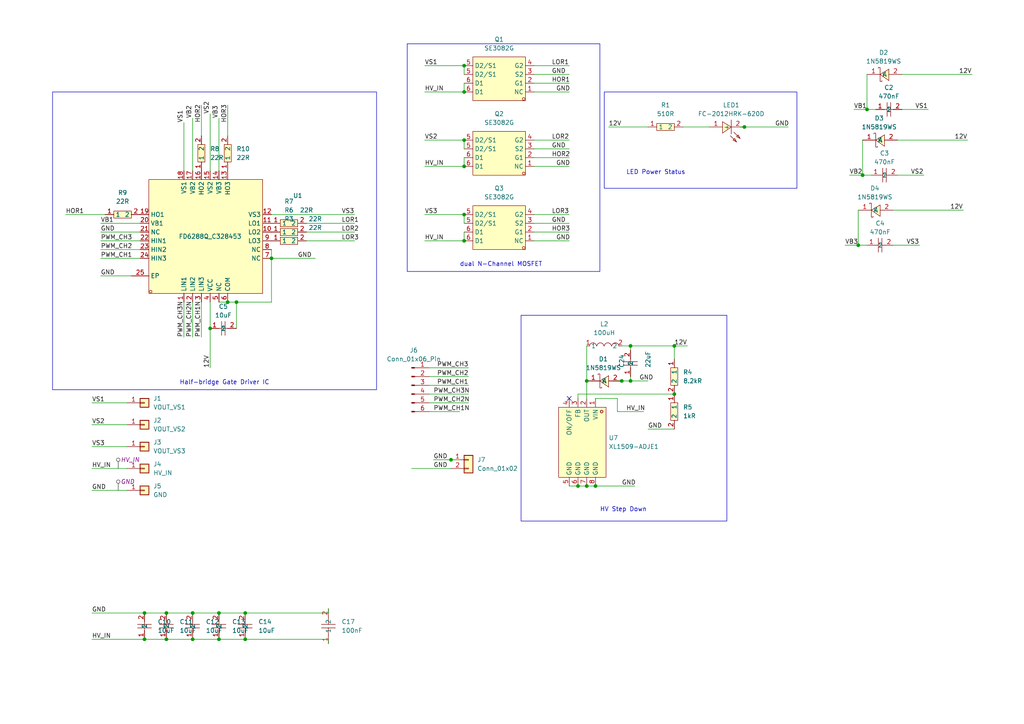
<source format=kicad_sch>
(kicad_sch (version 20230121) (generator eeschema)

  (uuid de8aa8fd-7b66-4533-b92a-6fd6db20aa03)

  (paper "A4")

  (lib_symbols
    (symbol "Connector:Conn_01x06_Pin" (pin_names (offset 1.016) hide) (in_bom yes) (on_board yes)
      (property "Reference" "J" (at 0 7.62 0)
        (effects (font (size 1.27 1.27)))
      )
      (property "Value" "Conn_01x06_Pin" (at 0 -10.16 0)
        (effects (font (size 1.27 1.27)))
      )
      (property "Footprint" "" (at 0 0 0)
        (effects (font (size 1.27 1.27)) hide)
      )
      (property "Datasheet" "~" (at 0 0 0)
        (effects (font (size 1.27 1.27)) hide)
      )
      (property "ki_locked" "" (at 0 0 0)
        (effects (font (size 1.27 1.27)))
      )
      (property "ki_keywords" "connector" (at 0 0 0)
        (effects (font (size 1.27 1.27)) hide)
      )
      (property "ki_description" "Generic connector, single row, 01x06, script generated" (at 0 0 0)
        (effects (font (size 1.27 1.27)) hide)
      )
      (property "ki_fp_filters" "Connector*:*_1x??_*" (at 0 0 0)
        (effects (font (size 1.27 1.27)) hide)
      )
      (symbol "Conn_01x06_Pin_1_1"
        (polyline
          (pts
            (xy 1.27 -7.62)
            (xy 0.8636 -7.62)
          )
          (stroke (width 0.1524) (type default))
          (fill (type none))
        )
        (polyline
          (pts
            (xy 1.27 -5.08)
            (xy 0.8636 -5.08)
          )
          (stroke (width 0.1524) (type default))
          (fill (type none))
        )
        (polyline
          (pts
            (xy 1.27 -2.54)
            (xy 0.8636 -2.54)
          )
          (stroke (width 0.1524) (type default))
          (fill (type none))
        )
        (polyline
          (pts
            (xy 1.27 0)
            (xy 0.8636 0)
          )
          (stroke (width 0.1524) (type default))
          (fill (type none))
        )
        (polyline
          (pts
            (xy 1.27 2.54)
            (xy 0.8636 2.54)
          )
          (stroke (width 0.1524) (type default))
          (fill (type none))
        )
        (polyline
          (pts
            (xy 1.27 5.08)
            (xy 0.8636 5.08)
          )
          (stroke (width 0.1524) (type default))
          (fill (type none))
        )
        (rectangle (start 0.8636 -7.493) (end 0 -7.747)
          (stroke (width 0.1524) (type default))
          (fill (type outline))
        )
        (rectangle (start 0.8636 -4.953) (end 0 -5.207)
          (stroke (width 0.1524) (type default))
          (fill (type outline))
        )
        (rectangle (start 0.8636 -2.413) (end 0 -2.667)
          (stroke (width 0.1524) (type default))
          (fill (type outline))
        )
        (rectangle (start 0.8636 0.127) (end 0 -0.127)
          (stroke (width 0.1524) (type default))
          (fill (type outline))
        )
        (rectangle (start 0.8636 2.667) (end 0 2.413)
          (stroke (width 0.1524) (type default))
          (fill (type outline))
        )
        (rectangle (start 0.8636 5.207) (end 0 4.953)
          (stroke (width 0.1524) (type default))
          (fill (type outline))
        )
        (pin passive line (at 5.08 5.08 180) (length 3.81)
          (name "Pin_1" (effects (font (size 1.27 1.27))))
          (number "1" (effects (font (size 1.27 1.27))))
        )
        (pin passive line (at 5.08 2.54 180) (length 3.81)
          (name "Pin_2" (effects (font (size 1.27 1.27))))
          (number "2" (effects (font (size 1.27 1.27))))
        )
        (pin passive line (at 5.08 0 180) (length 3.81)
          (name "Pin_3" (effects (font (size 1.27 1.27))))
          (number "3" (effects (font (size 1.27 1.27))))
        )
        (pin passive line (at 5.08 -2.54 180) (length 3.81)
          (name "Pin_4" (effects (font (size 1.27 1.27))))
          (number "4" (effects (font (size 1.27 1.27))))
        )
        (pin passive line (at 5.08 -5.08 180) (length 3.81)
          (name "Pin_5" (effects (font (size 1.27 1.27))))
          (number "5" (effects (font (size 1.27 1.27))))
        )
        (pin passive line (at 5.08 -7.62 180) (length 3.81)
          (name "Pin_6" (effects (font (size 1.27 1.27))))
          (number "6" (effects (font (size 1.27 1.27))))
        )
      )
    )
    (symbol "Connector_Generic:Conn_01x01" (pin_names (offset 1.016) hide) (in_bom yes) (on_board yes)
      (property "Reference" "J" (at 0 2.54 0)
        (effects (font (size 1.27 1.27)))
      )
      (property "Value" "Conn_01x01" (at 0 -2.54 0)
        (effects (font (size 1.27 1.27)))
      )
      (property "Footprint" "" (at 0 0 0)
        (effects (font (size 1.27 1.27)) hide)
      )
      (property "Datasheet" "~" (at 0 0 0)
        (effects (font (size 1.27 1.27)) hide)
      )
      (property "ki_keywords" "connector" (at 0 0 0)
        (effects (font (size 1.27 1.27)) hide)
      )
      (property "ki_description" "Generic connector, single row, 01x01, script generated (kicad-library-utils/schlib/autogen/connector/)" (at 0 0 0)
        (effects (font (size 1.27 1.27)) hide)
      )
      (property "ki_fp_filters" "Connector*:*_1x??_*" (at 0 0 0)
        (effects (font (size 1.27 1.27)) hide)
      )
      (symbol "Conn_01x01_1_1"
        (rectangle (start -1.27 0.127) (end 0 -0.127)
          (stroke (width 0.1524) (type default))
          (fill (type none))
        )
        (rectangle (start -1.27 1.27) (end 1.27 -1.27)
          (stroke (width 0.254) (type default))
          (fill (type background))
        )
        (pin passive line (at -5.08 0 0) (length 3.81)
          (name "Pin_1" (effects (font (size 1.27 1.27))))
          (number "1" (effects (font (size 1.27 1.27))))
        )
      )
    )
    (symbol "Connector_Generic:Conn_01x02" (pin_names (offset 1.016) hide) (in_bom yes) (on_board yes)
      (property "Reference" "J" (at 0 2.54 0)
        (effects (font (size 1.27 1.27)))
      )
      (property "Value" "Conn_01x02" (at 0 -5.08 0)
        (effects (font (size 1.27 1.27)))
      )
      (property "Footprint" "" (at 0 0 0)
        (effects (font (size 1.27 1.27)) hide)
      )
      (property "Datasheet" "~" (at 0 0 0)
        (effects (font (size 1.27 1.27)) hide)
      )
      (property "ki_keywords" "connector" (at 0 0 0)
        (effects (font (size 1.27 1.27)) hide)
      )
      (property "ki_description" "Generic connector, single row, 01x02, script generated (kicad-library-utils/schlib/autogen/connector/)" (at 0 0 0)
        (effects (font (size 1.27 1.27)) hide)
      )
      (property "ki_fp_filters" "Connector*:*_1x??_*" (at 0 0 0)
        (effects (font (size 1.27 1.27)) hide)
      )
      (symbol "Conn_01x02_1_1"
        (rectangle (start -1.27 -2.413) (end 0 -2.667)
          (stroke (width 0.1524) (type default))
          (fill (type none))
        )
        (rectangle (start -1.27 0.127) (end 0 -0.127)
          (stroke (width 0.1524) (type default))
          (fill (type none))
        )
        (rectangle (start -1.27 1.27) (end 1.27 -3.81)
          (stroke (width 0.254) (type default))
          (fill (type background))
        )
        (pin passive line (at -5.08 0 0) (length 3.81)
          (name "Pin_1" (effects (font (size 1.27 1.27))))
          (number "1" (effects (font (size 1.27 1.27))))
        )
        (pin passive line (at -5.08 -2.54 0) (length 3.81)
          (name "Pin_2" (effects (font (size 1.27 1.27))))
          (number "2" (effects (font (size 1.27 1.27))))
        )
      )
    )
    (symbol "my_lib:0402WGF1001TCE" (in_bom yes) (on_board yes)
      (property "Reference" "R" (at 0 5.08 0)
        (effects (font (size 1.27 1.27)))
      )
      (property "Value" "0402WGF1001TCE" (at 0 -5.08 0)
        (effects (font (size 1.27 1.27)))
      )
      (property "Footprint" "my_lib:R0402" (at 0 -7.62 0)
        (effects (font (size 1.27 1.27)) hide)
      )
      (property "Datasheet" "https://lcsc.com/product-detail/Chip-Resistor-Surface-Mount-UniOhm_1KR-1001-1_C11702.html" (at 0 -10.16 0)
        (effects (font (size 1.27 1.27)) hide)
      )
      (property "LCSC Part" "C11702" (at 0 -12.7 0)
        (effects (font (size 1.27 1.27)) hide)
      )
      (symbol "0402WGF1001TCE_0_1"
        (rectangle (start -2.54 1.02) (end 2.54 -1.02)
          (stroke (width 0) (type default))
          (fill (type background))
        )
        (pin input line (at -5.08 0 0) (length 2.54)
          (name "1" (effects (font (size 1.27 1.27))))
          (number "1" (effects (font (size 1.27 1.27))))
        )
        (pin input line (at 5.08 0 180) (length 2.54)
          (name "2" (effects (font (size 1.27 1.27))))
          (number "2" (effects (font (size 1.27 1.27))))
        )
      )
    )
    (symbol "my_lib:0402WGF5100TCE" (in_bom yes) (on_board yes)
      (property "Reference" "R" (at 0 5.08 0)
        (effects (font (size 1.27 1.27)))
      )
      (property "Value" "0402WGF5100TCE" (at 0 -5.08 0)
        (effects (font (size 1.27 1.27)))
      )
      (property "Footprint" "my_lib:R0402" (at 0 -7.62 0)
        (effects (font (size 1.27 1.27)) hide)
      )
      (property "Datasheet" "https://lcsc.com/product-detail/Chip-Resistor-Surface-Mount-UniOhm_510R-5100-1_C25123.html" (at 0 -10.16 0)
        (effects (font (size 1.27 1.27)) hide)
      )
      (property "LCSC Part" "C25123" (at 0 -12.7 0)
        (effects (font (size 1.27 1.27)) hide)
      )
      (symbol "0402WGF5100TCE_0_1"
        (rectangle (start -2.54 1.02) (end 2.54 -1.02)
          (stroke (width 0) (type default))
          (fill (type background))
        )
        (pin input line (at -5.08 0 0) (length 2.54)
          (name "1" (effects (font (size 1.27 1.27))))
          (number "1" (effects (font (size 1.27 1.27))))
        )
        (pin input line (at 5.08 0 180) (length 2.54)
          (name "2" (effects (font (size 1.27 1.27))))
          (number "2" (effects (font (size 1.27 1.27))))
        )
      )
    )
    (symbol "my_lib:0402WGF8201TCE" (in_bom yes) (on_board yes)
      (property "Reference" "R" (at 0 5.08 0)
        (effects (font (size 1.27 1.27)))
      )
      (property "Value" "0402WGF8201TCE" (at 0 -5.08 0)
        (effects (font (size 1.27 1.27)))
      )
      (property "Footprint" "my_lib:R0402" (at 0 -7.62 0)
        (effects (font (size 1.27 1.27)) hide)
      )
      (property "Datasheet" "https://lcsc.com/product-detail/Chip-Resistor-Surface-Mount-UniOhm_8-2KR-8201-1_C25924.html" (at 0 -10.16 0)
        (effects (font (size 1.27 1.27)) hide)
      )
      (property "LCSC Part" "C25924" (at 0 -12.7 0)
        (effects (font (size 1.27 1.27)) hide)
      )
      (symbol "0402WGF8201TCE_0_1"
        (rectangle (start -2.54 1.02) (end 2.54 -1.02)
          (stroke (width 0) (type default))
          (fill (type background))
        )
        (pin input line (at -5.08 0 0) (length 2.54)
          (name "1" (effects (font (size 1.27 1.27))))
          (number "1" (effects (font (size 1.27 1.27))))
        )
        (pin input line (at 5.08 0 180) (length 2.54)
          (name "2" (effects (font (size 1.27 1.27))))
          (number "2" (effects (font (size 1.27 1.27))))
        )
      )
    )
    (symbol "my_lib:0402WGJ0220TCE" (in_bom yes) (on_board yes)
      (property "Reference" "R" (at 0 5.08 0)
        (effects (font (size 1.27 1.27)))
      )
      (property "Value" "0402WGJ0220TCE" (at 0 -5.08 0)
        (effects (font (size 1.27 1.27)))
      )
      (property "Footprint" "my_lib:R0402" (at 0 -7.62 0)
        (effects (font (size 1.27 1.27)) hide)
      )
      (property "Datasheet" "https://lcsc.com/product-detail/Chip-Resistor-Surface-Mount-UniOhm_22R-220-5_C25152.html" (at 0 -10.16 0)
        (effects (font (size 1.27 1.27)) hide)
      )
      (property "LCSC Part" "C25152" (at 0 -12.7 0)
        (effects (font (size 1.27 1.27)) hide)
      )
      (symbol "0402WGJ0220TCE_0_1"
        (rectangle (start -2.54 1.02) (end 2.54 -1.02)
          (stroke (width 0) (type default))
          (fill (type background))
        )
        (pin input line (at -5.08 0 0) (length 2.54)
          (name "1" (effects (font (size 1.27 1.27))))
          (number "1" (effects (font (size 1.27 1.27))))
        )
        (pin input line (at 5.08 0 180) (length 2.54)
          (name "2" (effects (font (size 1.27 1.27))))
          (number "2" (effects (font (size 1.27 1.27))))
        )
      )
    )
    (symbol "my_lib:1N5819WS" (in_bom yes) (on_board yes)
      (property "Reference" "D" (at 0 5.08 0)
        (effects (font (size 1.27 1.27)))
      )
      (property "Value" "1N5819WS" (at 0 -5.08 0)
        (effects (font (size 1.27 1.27)))
      )
      (property "Footprint" "my_lib:SOD-323_L1.8-W1.3-LS2.5-RD" (at 0 -7.62 0)
        (effects (font (size 1.27 1.27)) hide)
      )
      (property "Datasheet" "https://lcsc.com/product-detail/Others_B5819WS_C191023.html" (at 0 -10.16 0)
        (effects (font (size 1.27 1.27)) hide)
      )
      (property "LCSC Part" "C191023" (at 0 -12.7 0)
        (effects (font (size 1.27 1.27)) hide)
      )
      (symbol "1N5819WS_0_1"
        (polyline
          (pts
            (xy -1.27 0)
            (xy -1.27 -2.03)
            (xy -0.76 -2.03)
            (xy -0.76 -1.78)
          )
          (stroke (width 0) (type default))
          (fill (type none))
        )
        (polyline
          (pts
            (xy -1.27 0)
            (xy -1.27 2.03)
            (xy -1.78 2.03)
            (xy -1.78 1.78)
          )
          (stroke (width 0) (type default))
          (fill (type none))
        )
        (polyline
          (pts
            (xy 1.27 1.52)
            (xy -1.27 0)
            (xy 1.27 -1.78)
            (xy 1.27 1.52)
          )
          (stroke (width 0) (type default))
          (fill (type background))
        )
        (pin unspecified line (at -5.08 0 0) (length 3.81)
          (name "K" (effects (font (size 1.27 1.27))))
          (number "1" (effects (font (size 1.27 1.27))))
        )
        (pin unspecified line (at 5.08 0 180) (length 3.81)
          (name "A" (effects (font (size 1.27 1.27))))
          (number "2" (effects (font (size 1.27 1.27))))
        )
      )
    )
    (symbol "my_lib:CL05B104KB54PNC" (in_bom yes) (on_board yes)
      (property "Reference" "C" (at 0 5.08 0)
        (effects (font (size 1.27 1.27)))
      )
      (property "Value" "CL05B104KB54PNC" (at 0 -5.08 0)
        (effects (font (size 1.27 1.27)))
      )
      (property "Footprint" "my_lib:C0402" (at 0 -7.62 0)
        (effects (font (size 1.27 1.27)) hide)
      )
      (property "Datasheet" "https://lcsc.com/product-detail/Others_Samsung-Electro-Mechanics_CL05B104KB54PNC_Samsung-Electro-Mechanics-CL05B104KB54PNC_C307331.html" (at 0 -10.16 0)
        (effects (font (size 1.27 1.27)) hide)
      )
      (property "LCSC Part" "C307331" (at 0 -12.7 0)
        (effects (font (size 1.27 1.27)) hide)
      )
      (symbol "CL05B104KB54PNC_0_1"
        (polyline
          (pts
            (xy -0.51 0)
            (xy -2.54 0)
          )
          (stroke (width 0) (type default))
          (fill (type none))
        )
        (polyline
          (pts
            (xy -0.51 2.03)
            (xy -0.51 -2.03)
          )
          (stroke (width 0) (type default))
          (fill (type none))
        )
        (polyline
          (pts
            (xy 0.51 -2.03)
            (xy 0.51 2.03)
          )
          (stroke (width 0) (type default))
          (fill (type none))
        )
        (polyline
          (pts
            (xy 2.54 0)
            (xy 0.51 0)
          )
          (stroke (width 0) (type default))
          (fill (type none))
        )
        (pin unspecified line (at -5.08 0 0) (length 2.54)
          (name "1" (effects (font (size 1.27 1.27))))
          (number "1" (effects (font (size 1.27 1.27))))
        )
        (pin unspecified line (at 5.08 0 180) (length 2.54)
          (name "2" (effects (font (size 1.27 1.27))))
          (number "2" (effects (font (size 1.27 1.27))))
        )
      )
    )
    (symbol "my_lib:CL10B474KA8NNNC" (in_bom yes) (on_board yes)
      (property "Reference" "C" (at 0 5.08 0)
        (effects (font (size 1.27 1.27)))
      )
      (property "Value" "CL10B474KA8NNNC" (at 0 -5.08 0)
        (effects (font (size 1.27 1.27)))
      )
      (property "Footprint" "my_lib:C0603" (at 0 -7.62 0)
        (effects (font (size 1.27 1.27)) hide)
      )
      (property "Datasheet" "https://lcsc.com/product-detail/Multilayer-Ceramic-Capacitors-MLCC-SMD-SMT_SAMSUNG_CL10B474KA8NNNC_470nF-474-10-25V_C1623.html" (at 0 -10.16 0)
        (effects (font (size 1.27 1.27)) hide)
      )
      (property "LCSC Part" "C1623" (at 0 -12.7 0)
        (effects (font (size 1.27 1.27)) hide)
      )
      (symbol "CL10B474KA8NNNC_0_1"
        (polyline
          (pts
            (xy -1.27 0)
            (xy -0.51 0)
          )
          (stroke (width 0) (type default))
          (fill (type none))
        )
        (polyline
          (pts
            (xy -0.51 2.03)
            (xy -0.51 -2.03)
          )
          (stroke (width 0) (type default))
          (fill (type none))
        )
        (polyline
          (pts
            (xy 0.51 0)
            (xy 1.27 0)
          )
          (stroke (width 0) (type default))
          (fill (type none))
        )
        (polyline
          (pts
            (xy 0.51 2.03)
            (xy 0.51 -2.03)
          )
          (stroke (width 0) (type default))
          (fill (type none))
        )
        (pin input line (at -3.81 0 0) (length 2.54)
          (name "1" (effects (font (size 1.27 1.27))))
          (number "1" (effects (font (size 1.27 1.27))))
        )
        (pin input line (at 3.81 0 180) (length 2.54)
          (name "2" (effects (font (size 1.27 1.27))))
          (number "2" (effects (font (size 1.27 1.27))))
        )
      )
    )
    (symbol "my_lib:CL31A106KBHNNNE" (in_bom yes) (on_board yes)
      (property "Reference" "C" (at 0 5.08 0)
        (effects (font (size 1.27 1.27)))
      )
      (property "Value" "CL31A106KBHNNNE" (at 0 -5.08 0)
        (effects (font (size 1.27 1.27)))
      )
      (property "Footprint" "my_lib:C1206" (at 0 -7.62 0)
        (effects (font (size 1.27 1.27)) hide)
      )
      (property "Datasheet" "https://lcsc.com/product-detail/Multilayer-Ceramic-Capacitors-MLCC-SMD-SMT_SAMSUNG_CL31A106KBHNNNE_10uF-106-10-50V_C13585.html" (at 0 -10.16 0)
        (effects (font (size 1.27 1.27)) hide)
      )
      (property "LCSC Part" "C13585" (at 0 -12.7 0)
        (effects (font (size 1.27 1.27)) hide)
      )
      (symbol "CL31A106KBHNNNE_0_1"
        (polyline
          (pts
            (xy -1.27 0)
            (xy -0.51 0)
          )
          (stroke (width 0) (type default))
          (fill (type none))
        )
        (polyline
          (pts
            (xy -0.51 2.03)
            (xy -0.51 -2.03)
          )
          (stroke (width 0) (type default))
          (fill (type none))
        )
        (polyline
          (pts
            (xy 0.51 0)
            (xy 1.27 0)
          )
          (stroke (width 0) (type default))
          (fill (type none))
        )
        (polyline
          (pts
            (xy 0.51 2.03)
            (xy 0.51 -2.03)
          )
          (stroke (width 0) (type default))
          (fill (type none))
        )
        (pin input line (at -3.81 0 0) (length 2.54)
          (name "1" (effects (font (size 1.27 1.27))))
          (number "1" (effects (font (size 1.27 1.27))))
        )
        (pin input line (at 3.81 0 180) (length 2.54)
          (name "2" (effects (font (size 1.27 1.27))))
          (number "2" (effects (font (size 1.27 1.27))))
        )
      )
    )
    (symbol "my_lib:CL31A226KAHNNNE" (in_bom yes) (on_board yes)
      (property "Reference" "C" (at 0 5.08 0)
        (effects (font (size 1.27 1.27)))
      )
      (property "Value" "CL31A226KAHNNNE" (at 0 -5.08 0)
        (effects (font (size 1.27 1.27)))
      )
      (property "Footprint" "my_lib:C1206" (at 0 -7.62 0)
        (effects (font (size 1.27 1.27)) hide)
      )
      (property "Datasheet" "https://lcsc.com/product-detail/Multilayer-Ceramic-Capacitors-MLCC-SMD-SMT_SAMSUNG_CL31A226KAHNNNE_22uF-226-10-25V_C12891.html" (at 0 -10.16 0)
        (effects (font (size 1.27 1.27)) hide)
      )
      (property "LCSC Part" "C12891" (at 0 -12.7 0)
        (effects (font (size 1.27 1.27)) hide)
      )
      (symbol "CL31A226KAHNNNE_0_1"
        (polyline
          (pts
            (xy -1.27 0)
            (xy -0.51 0)
          )
          (stroke (width 0) (type default))
          (fill (type none))
        )
        (polyline
          (pts
            (xy -0.51 2.03)
            (xy -0.51 -2.03)
          )
          (stroke (width 0) (type default))
          (fill (type none))
        )
        (polyline
          (pts
            (xy 0.51 0)
            (xy 1.27 0)
          )
          (stroke (width 0) (type default))
          (fill (type none))
        )
        (polyline
          (pts
            (xy 0.51 2.03)
            (xy 0.51 -2.03)
          )
          (stroke (width 0) (type default))
          (fill (type none))
        )
        (pin input line (at -3.81 0 0) (length 2.54)
          (name "1" (effects (font (size 1.27 1.27))))
          (number "1" (effects (font (size 1.27 1.27))))
        )
        (pin input line (at 3.81 0 180) (length 2.54)
          (name "2" (effects (font (size 1.27 1.27))))
          (number "2" (effects (font (size 1.27 1.27))))
        )
      )
    )
    (symbol "my_lib:FC-2012HRK-620D" (in_bom yes) (on_board yes)
      (property "Reference" "LED" (at 0 5.08 0)
        (effects (font (size 1.27 1.27)))
      )
      (property "Value" "FC-2012HRK-620D" (at 0 -5.08 0)
        (effects (font (size 1.27 1.27)))
      )
      (property "Footprint" "my_lib:LED0805-R-RD" (at 0 -7.62 0)
        (effects (font (size 1.27 1.27)) hide)
      )
      (property "Datasheet" "https://lcsc.com/product-detail/Light-Emitting-Diodes-LED_Red-LED-SMDLED-80-180mcd_C84256.html" (at 0 -10.16 0)
        (effects (font (size 1.27 1.27)) hide)
      )
      (property "LCSC Part" "C84256" (at 0 -12.7 0)
        (effects (font (size 1.27 1.27)) hide)
      )
      (symbol "FC-2012HRK-620D_0_1"
        (polyline
          (pts
            (xy -2.03 1.52)
            (xy -3.81 3.3)
          )
          (stroke (width 0) (type default))
          (fill (type none))
        )
        (polyline
          (pts
            (xy -1.27 2.03)
            (xy -1.27 -2.03)
          )
          (stroke (width 0) (type default))
          (fill (type none))
        )
        (polyline
          (pts
            (xy -1.02 2.54)
            (xy -2.79 4.32)
          )
          (stroke (width 0) (type default))
          (fill (type none))
        )
        (polyline
          (pts
            (xy -3.81 3.3)
            (xy -2.79 2.79)
            (xy -3.3 2.29)
            (xy -3.81 3.3)
          )
          (stroke (width 0) (type default))
          (fill (type background))
        )
        (polyline
          (pts
            (xy -2.79 4.32)
            (xy -1.78 3.81)
            (xy -2.29 3.3)
            (xy -2.79 4.32)
          )
          (stroke (width 0) (type default))
          (fill (type background))
        )
        (polyline
          (pts
            (xy 1.27 -1.52)
            (xy -1.27 0)
            (xy 1.27 1.78)
            (xy 1.27 -1.52)
          )
          (stroke (width 0) (type default))
          (fill (type background))
        )
        (pin unspecified line (at 5.08 0 180) (length 3.81)
          (name "+" (effects (font (size 1.27 1.27))))
          (number "1" (effects (font (size 1.27 1.27))))
        )
        (pin unspecified line (at -5.08 0 0) (length 3.81)
          (name "-" (effects (font (size 1.27 1.27))))
          (number "2" (effects (font (size 1.27 1.27))))
        )
      )
    )
    (symbol "my_lib:FD6288Q_C328453" (in_bom yes) (on_board yes)
      (property "Reference" "U" (at 0 26.67 0)
        (effects (font (size 1.27 1.27)))
      )
      (property "Value" "FD6288Q_C328453" (at 0 -24.13 0)
        (effects (font (size 1.27 1.27)))
      )
      (property "Footprint" "my_lib:QFN-24_L4.0-W4.0-P0.50-BL-EP2.6" (at 0 -26.67 0)
        (effects (font (size 1.27 1.27)) hide)
      )
      (property "Datasheet" "https://lcsc.com/product-detail/Others_Fortior-Tech-FD6288Q_C328453.html" (at 0 -29.21 0)
        (effects (font (size 1.27 1.27)) hide)
      )
      (property "LCSC Part" "C328453" (at 0 -31.75 0)
        (effects (font (size 1.27 1.27)) hide)
      )
      (symbol "FD6288Q_C328453_0_1"
        (rectangle (start -16.51 16.51) (end 16.51 -16.51)
          (stroke (width 0) (type default))
          (fill (type background))
        )
        (circle (center -16 16) (radius 0.38)
          (stroke (width 0) (type default))
          (fill (type none))
        )
        (pin unspecified line (at -19.05 6.35 0) (length 2.54)
          (name "LIN1" (effects (font (size 1.27 1.27))))
          (number "1" (effects (font (size 1.27 1.27))))
        )
        (pin unspecified line (at 1.27 -19.05 90) (length 2.54)
          (name "LO2" (effects (font (size 1.27 1.27))))
          (number "10" (effects (font (size 1.27 1.27))))
        )
        (pin unspecified line (at 3.81 -19.05 90) (length 2.54)
          (name "LO1" (effects (font (size 1.27 1.27))))
          (number "11" (effects (font (size 1.27 1.27))))
        )
        (pin unspecified line (at 6.35 -19.05 90) (length 2.54)
          (name "VS3" (effects (font (size 1.27 1.27))))
          (number "12" (effects (font (size 1.27 1.27))))
        )
        (pin unspecified line (at 19.05 -6.35 180) (length 2.54)
          (name "HO3" (effects (font (size 1.27 1.27))))
          (number "13" (effects (font (size 1.27 1.27))))
        )
        (pin unspecified line (at 19.05 -3.81 180) (length 2.54)
          (name "VB3" (effects (font (size 1.27 1.27))))
          (number "14" (effects (font (size 1.27 1.27))))
        )
        (pin unspecified line (at 19.05 -1.27 180) (length 2.54)
          (name "VS2" (effects (font (size 1.27 1.27))))
          (number "15" (effects (font (size 1.27 1.27))))
        )
        (pin unspecified line (at 19.05 1.27 180) (length 2.54)
          (name "HO2" (effects (font (size 1.27 1.27))))
          (number "16" (effects (font (size 1.27 1.27))))
        )
        (pin unspecified line (at 19.05 3.81 180) (length 2.54)
          (name "VB2" (effects (font (size 1.27 1.27))))
          (number "17" (effects (font (size 1.27 1.27))))
        )
        (pin unspecified line (at 19.05 6.35 180) (length 2.54)
          (name "VS1" (effects (font (size 1.27 1.27))))
          (number "18" (effects (font (size 1.27 1.27))))
        )
        (pin unspecified line (at 6.35 19.05 270) (length 2.54)
          (name "HO1" (effects (font (size 1.27 1.27))))
          (number "19" (effects (font (size 1.27 1.27))))
        )
        (pin unspecified line (at -19.05 3.81 0) (length 2.54)
          (name "LIN2" (effects (font (size 1.27 1.27))))
          (number "2" (effects (font (size 1.27 1.27))))
        )
        (pin unspecified line (at 3.81 19.05 270) (length 2.54)
          (name "VB1" (effects (font (size 1.27 1.27))))
          (number "20" (effects (font (size 1.27 1.27))))
        )
        (pin unspecified line (at 1.27 19.05 270) (length 2.54)
          (name "NC" (effects (font (size 1.27 1.27))))
          (number "21" (effects (font (size 1.27 1.27))))
        )
        (pin unspecified line (at -1.27 19.05 270) (length 2.54)
          (name "HIN1" (effects (font (size 1.27 1.27))))
          (number "22" (effects (font (size 1.27 1.27))))
        )
        (pin unspecified line (at -3.81 19.05 270) (length 2.54)
          (name "HIN2" (effects (font (size 1.27 1.27))))
          (number "23" (effects (font (size 1.27 1.27))))
        )
        (pin unspecified line (at -6.35 19.05 270) (length 2.54)
          (name "HIN3" (effects (font (size 1.27 1.27))))
          (number "24" (effects (font (size 1.27 1.27))))
        )
        (pin unspecified line (at -11.43 21.59 270) (length 5.08)
          (name "EP" (effects (font (size 1.27 1.27))))
          (number "25" (effects (font (size 1.27 1.27))))
        )
        (pin unspecified line (at -19.05 1.27 0) (length 2.54)
          (name "LIN3" (effects (font (size 1.27 1.27))))
          (number "3" (effects (font (size 1.27 1.27))))
        )
        (pin unspecified line (at -19.05 -1.27 0) (length 2.54)
          (name "VCC" (effects (font (size 1.27 1.27))))
          (number "4" (effects (font (size 1.27 1.27))))
        )
        (pin unspecified line (at -19.05 -3.81 0) (length 2.54)
          (name "NC" (effects (font (size 1.27 1.27))))
          (number "5" (effects (font (size 1.27 1.27))))
        )
        (pin unspecified line (at -19.05 -6.35 0) (length 2.54)
          (name "COM" (effects (font (size 1.27 1.27))))
          (number "6" (effects (font (size 1.27 1.27))))
        )
        (pin unspecified line (at -6.35 -19.05 90) (length 2.54)
          (name "NC" (effects (font (size 1.27 1.27))))
          (number "7" (effects (font (size 1.27 1.27))))
        )
        (pin unspecified line (at -3.81 -19.05 90) (length 2.54)
          (name "NC" (effects (font (size 1.27 1.27))))
          (number "8" (effects (font (size 1.27 1.27))))
        )
        (pin unspecified line (at -1.27 -19.05 90) (length 2.54)
          (name "LO3" (effects (font (size 1.27 1.27))))
          (number "9" (effects (font (size 1.27 1.27))))
        )
      )
    )
    (symbol "my_lib:SE3082G" (in_bom yes) (on_board yes)
      (property "Reference" "Q" (at 0 8.89 0)
        (effects (font (size 1.27 1.27)))
      )
      (property "Value" "SE3082G" (at 0 -8.89 0)
        (effects (font (size 1.27 1.27)))
      )
      (property "Footprint" "my_lib:DFN-8_L5.5-W5.2-P1.27-LS6.0-BL-EP2" (at 0 -11.43 0)
        (effects (font (size 1.27 1.27)) hide)
      )
      (property "Datasheet" "https://lcsc.com/product-detail/MOSFET_SINO-IC-SE3082G_C238670.html" (at 0 -13.97 0)
        (effects (font (size 1.27 1.27)) hide)
      )
      (property "LCSC Part" "C238670" (at 0 -16.51 0)
        (effects (font (size 1.27 1.27)) hide)
      )
      (symbol "SE3082G_0_1"
        (rectangle (start -7.62 6.35) (end 7.62 -6.35)
          (stroke (width 0) (type default))
          (fill (type background))
        )
        (circle (center -7.11 5.84) (radius 0.38)
          (stroke (width 0) (type default))
          (fill (type none))
        )
        (pin unspecified line (at -10.16 3.81 0) (length 2.54)
          (name "NC" (effects (font (size 1.27 1.27))))
          (number "1" (effects (font (size 1.27 1.27))))
        )
        (pin unspecified line (at -10.16 1.27 0) (length 2.54)
          (name "G1" (effects (font (size 1.27 1.27))))
          (number "2" (effects (font (size 1.27 1.27))))
        )
        (pin unspecified line (at -10.16 -1.27 0) (length 2.54)
          (name "S2" (effects (font (size 1.27 1.27))))
          (number "3" (effects (font (size 1.27 1.27))))
        )
        (pin unspecified line (at -10.16 -3.81 0) (length 2.54)
          (name "G2" (effects (font (size 1.27 1.27))))
          (number "4" (effects (font (size 1.27 1.27))))
        )
        (pin unspecified line (at 10.16 -3.81 180) (length 2.54)
          (name "D2/S1" (effects (font (size 1.27 1.27))))
          (number "5" (effects (font (size 1.27 1.27))))
        )
        (pin unspecified line (at 10.16 -1.27 180) (length 2.54)
          (name "D2/S1" (effects (font (size 1.27 1.27))))
          (number "5" (effects (font (size 1.27 1.27))))
        )
        (pin unspecified line (at 10.16 1.27 180) (length 2.54)
          (name "D1" (effects (font (size 1.27 1.27))))
          (number "6" (effects (font (size 1.27 1.27))))
        )
        (pin unspecified line (at 10.16 3.81 180) (length 2.54)
          (name "D1" (effects (font (size 1.27 1.27))))
          (number "6" (effects (font (size 1.27 1.27))))
        )
      )
    )
    (symbol "my_lib:SWPA5040S101MT" (in_bom yes) (on_board yes)
      (property "Reference" "L" (at 0 5.08 0)
        (effects (font (size 1.27 1.27)))
      )
      (property "Value" "SWPA5040S101MT" (at 0 -5.08 0)
        (effects (font (size 1.27 1.27)))
      )
      (property "Footprint" "my_lib:IND-SMD_L5.0-W5.0" (at 0 -7.62 0)
        (effects (font (size 1.27 1.27)) hide)
      )
      (property "Datasheet" "https://lcsc.com/product-detail/Power-Inductors_100uH-20_C88132.html" (at 0 -10.16 0)
        (effects (font (size 1.27 1.27)) hide)
      )
      (property "LCSC Part" "C88132" (at 0 -12.7 0)
        (effects (font (size 1.27 1.27)) hide)
      )
      (symbol "SWPA5040S101MT_0_1"
        (arc (start -2.27 -0.02) (mid -3.28 0.897) (end -4.29 -0.02)
          (stroke (width 0) (type default))
          (fill (type none))
        )
        (arc (start -0.11 -0.02) (mid -1.12 0.897) (end -2.13 -0.02)
          (stroke (width 0) (type default))
          (fill (type none))
        )
        (arc (start 2.04 -0.02) (mid 1.03 0.897) (end 0.02 -0.02)
          (stroke (width 0) (type default))
          (fill (type none))
        )
        (arc (start 4.23 -0.02) (mid 3.22 0.9048) (end 2.21 -0.02)
          (stroke (width 0) (type default))
          (fill (type none))
        )
        (pin unspecified line (at -5.08 0 0) (length 0.762)
          (name "1" (effects (font (size 1.27 1.27))))
          (number "1" (effects (font (size 1.27 1.27))))
        )
        (pin unspecified line (at 5.08 0 180) (length 0.762)
          (name "2" (effects (font (size 1.27 1.27))))
          (number "2" (effects (font (size 1.27 1.27))))
        )
      )
    )
    (symbol "my_lib:XL1509-ADJE1" (in_bom yes) (on_board yes)
      (property "Reference" "U" (at 0 8.89 0)
        (effects (font (size 1.27 1.27)))
      )
      (property "Value" "XL1509-ADJE1" (at 0 -8.89 0)
        (effects (font (size 1.27 1.27)))
      )
      (property "Footprint" "my_lib:SOIC-8_L5.0-W4.0-P1.27-LS6.0-BL" (at 0 -11.43 0)
        (effects (font (size 1.27 1.27)) hide)
      )
      (property "Datasheet" "https://lcsc.com/product-detail/Linear-Voltage-Regulators_XL1509-ADJE1_C74192.html" (at 0 -13.97 0)
        (effects (font (size 1.27 1.27)) hide)
      )
      (property "LCSC Part" "C74192" (at 0 -16.51 0)
        (effects (font (size 1.27 1.27)) hide)
      )
      (symbol "XL1509-ADJE1_0_1"
        (rectangle (start -10.16 6.86) (end 10.16 -6.86)
          (stroke (width 0) (type default))
          (fill (type background))
        )
        (circle (center -8.89 5.59) (radius 0.38)
          (stroke (width 0) (type default))
          (fill (type none))
        )
        (circle (center -8.89 5.59) (radius 0.38)
          (stroke (width 0) (type default))
          (fill (type none))
        )
        (pin unspecified line (at -12.7 3.81 0) (length 2.54)
          (name "VIN" (effects (font (size 1.27 1.27))))
          (number "1" (effects (font (size 1.27 1.27))))
        )
        (pin unspecified line (at -12.7 1.27 0) (length 2.54)
          (name "OUT" (effects (font (size 1.27 1.27))))
          (number "2" (effects (font (size 1.27 1.27))))
        )
        (pin unspecified line (at -12.7 -1.27 0) (length 2.54)
          (name "FB" (effects (font (size 1.27 1.27))))
          (number "3" (effects (font (size 1.27 1.27))))
        )
        (pin unspecified line (at -12.7 -3.81 0) (length 2.54)
          (name "ON/OFF" (effects (font (size 1.27 1.27))))
          (number "4" (effects (font (size 1.27 1.27))))
        )
        (pin unspecified line (at 12.7 -3.81 180) (length 2.54)
          (name "GND" (effects (font (size 1.27 1.27))))
          (number "5" (effects (font (size 1.27 1.27))))
        )
        (pin unspecified line (at 12.7 -1.27 180) (length 2.54)
          (name "GND" (effects (font (size 1.27 1.27))))
          (number "6" (effects (font (size 1.27 1.27))))
        )
        (pin unspecified line (at 12.7 1.27 180) (length 2.54)
          (name "GND" (effects (font (size 1.27 1.27))))
          (number "7" (effects (font (size 1.27 1.27))))
        )
        (pin unspecified line (at 12.7 3.81 180) (length 2.54)
          (name "GND" (effects (font (size 1.27 1.27))))
          (number "8" (effects (font (size 1.27 1.27))))
        )
      )
    )
  )

  (junction (at 170.18 140.97) (diameter 0) (color 0 0 0 0)
    (uuid 06659e1f-2f12-40ec-8490-3038ef365fad)
  )
  (junction (at 134.62 69.85) (diameter 0) (color 0 0 0 0)
    (uuid 07ca7dfe-87f3-4bef-8f76-202f4a265992)
  )
  (junction (at 130.81 133.35) (diameter 0) (color 0 0 0 0)
    (uuid 0a8a4862-ef5f-42b6-b6cd-75b81900133b)
  )
  (junction (at 55.88 185.42) (diameter 0) (color 0 0 0 0)
    (uuid 0ca326c9-0ecd-49bd-b78f-2ee8aedb91a8)
  )
  (junction (at 48.26 185.42) (diameter 0) (color 0 0 0 0)
    (uuid 12124fcc-b24c-4db4-9dad-a079fb8a527c)
  )
  (junction (at 134.62 62.23) (diameter 0) (color 0 0 0 0)
    (uuid 128336e5-8362-441a-9f27-30a022df959d)
  )
  (junction (at 170.18 110.49) (diameter 0) (color 0 0 0 0)
    (uuid 17b7d200-7e03-4bbf-8dbc-0a824aa3d6b0)
  )
  (junction (at 68.58 87.63) (diameter 0) (color 0 0 0 0)
    (uuid 27c12f7f-bf2e-43e2-84e5-a41e650677c4)
  )
  (junction (at 48.26 177.8) (diameter 0) (color 0 0 0 0)
    (uuid 2bccebbc-fbe5-4c94-be67-26b63fe47d8a)
  )
  (junction (at 251.46 31.75) (diameter 0) (color 0 0 0 0)
    (uuid 3341bf0a-2274-4c7c-992b-78ebbebf9ff8)
  )
  (junction (at 63.5 185.42) (diameter 0) (color 0 0 0 0)
    (uuid 35f3c62f-5480-400e-b6b5-4101662f47d7)
  )
  (junction (at 60.96 95.25) (diameter 0) (color 0 0 0 0)
    (uuid 38502860-50cc-4654-b13c-4b7fb0a1ef4c)
  )
  (junction (at 134.62 19.05) (diameter 0) (color 0 0 0 0)
    (uuid 3f323c46-c003-41e7-98ac-9935ae94d59e)
  )
  (junction (at 195.58 100.33) (diameter 0) (color 0 0 0 0)
    (uuid 414e484f-eb9e-496b-9040-44b542b2d968)
  )
  (junction (at 180.34 110.49) (diameter 0) (color 0 0 0 0)
    (uuid 4d492bc3-bf15-409b-946b-08556fa4873c)
  )
  (junction (at 215.9 36.83) (diameter 0) (color 0 0 0 0)
    (uuid 4d4c5f2f-603e-4c69-af64-0f62702a0684)
  )
  (junction (at 66.04 87.63) (diameter 0) (color 0 0 0 0)
    (uuid 5d3bc155-8cd1-454d-b0dc-6b914928b261)
  )
  (junction (at 250.19 50.8) (diameter 0) (color 0 0 0 0)
    (uuid 651eaff2-1406-4027-b6ff-30d761b4bfa5)
  )
  (junction (at 41.91 177.8) (diameter 0) (color 0 0 0 0)
    (uuid 730746f6-7d18-4f8c-96ca-27973b41db14)
  )
  (junction (at 134.62 40.64) (diameter 0) (color 0 0 0 0)
    (uuid 827dafd1-46e5-4449-8f67-9b8a2f67e54b)
  )
  (junction (at 55.88 177.8) (diameter 0) (color 0 0 0 0)
    (uuid 8aa9e2e7-ca6a-4ef5-8a2c-73ba3c56584e)
  )
  (junction (at 71.12 185.42) (diameter 0) (color 0 0 0 0)
    (uuid 8fe9b36a-1b17-4b3a-855a-7207d8732376)
  )
  (junction (at 195.58 114.3) (diameter 0) (color 0 0 0 0)
    (uuid 985130c4-4722-4639-bace-d537c32b6e72)
  )
  (junction (at 182.88 100.33) (diameter 0) (color 0 0 0 0)
    (uuid 99da5257-3282-4796-b9d5-18f06c282f44)
  )
  (junction (at 41.91 185.42) (diameter 0) (color 0 0 0 0)
    (uuid acb0b52c-1bd7-4bd2-9914-ab6e116c101c)
  )
  (junction (at 134.62 26.67) (diameter 0) (color 0 0 0 0)
    (uuid b6384b05-bbbd-448e-bb94-2437d862bae9)
  )
  (junction (at 71.12 177.8) (diameter 0) (color 0 0 0 0)
    (uuid caf77a27-6b65-4e94-adc3-f99bb5cd6579)
  )
  (junction (at 248.92 71.12) (diameter 0) (color 0 0 0 0)
    (uuid df19050b-7282-4acb-a2dd-1c936de826cc)
  )
  (junction (at 63.5 177.8) (diameter 0) (color 0 0 0 0)
    (uuid df7a02d9-e7a7-4629-9585-6f643f327e40)
  )
  (junction (at 182.88 110.49) (diameter 0) (color 0 0 0 0)
    (uuid ea353317-a70e-4256-9f95-108bb8d0125e)
  )
  (junction (at 167.64 140.97) (diameter 0) (color 0 0 0 0)
    (uuid f248ff63-854c-47b6-9506-996322181a6f)
  )
  (junction (at 172.72 140.97) (diameter 0) (color 0 0 0 0)
    (uuid f3886786-1da1-47cb-92f5-9bf01f32b4a5)
  )
  (junction (at 78.74 74.93) (diameter 0) (color 0 0 0 0)
    (uuid f89fd810-06f0-494d-92da-6bf5ba61b9f9)
  )
  (junction (at 134.62 48.26) (diameter 0) (color 0 0 0 0)
    (uuid f91b6aa0-ca80-4034-9722-09ad2bedf729)
  )

  (no_connect (at 165.1 115.57) (uuid 64c209f5-4ccc-4b46-a7b4-9a4538d9a813))

  (wire (pts (xy 135.89 109.22) (xy 124.46 109.22))
    (stroke (width 0) (type default))
    (uuid 013619f9-14ee-4df6-9c96-fce384ac7f06)
  )
  (wire (pts (xy 245.11 71.12) (xy 248.92 71.12))
    (stroke (width 0) (type default))
    (uuid 02966853-f25c-44a2-9937-db584bd05e2b)
  )
  (wire (pts (xy 170.18 140.97) (xy 172.72 140.97))
    (stroke (width 0) (type default))
    (uuid 0298ee9d-9863-41b8-89ae-ccee06741c5a)
  )
  (wire (pts (xy 71.12 185.42) (xy 95.25 185.42))
    (stroke (width 0) (type default))
    (uuid 031aa624-6e44-4ebe-a18a-43bceaa2aa34)
  )
  (wire (pts (xy 180.34 110.49) (xy 182.88 110.49))
    (stroke (width 0) (type default))
    (uuid 042a91a0-a7ea-46ca-812c-6ffdf9e171bb)
  )
  (wire (pts (xy 55.88 177.8) (xy 63.5 177.8))
    (stroke (width 0) (type default))
    (uuid 07e6ab71-02c0-457b-9ba5-f4069f95d814)
  )
  (wire (pts (xy 66.04 87.63) (xy 68.58 87.63))
    (stroke (width 0) (type default))
    (uuid 0840c664-ea3b-46ce-9903-a98dfe1add2b)
  )
  (wire (pts (xy 63.5 87.63) (xy 66.04 87.63))
    (stroke (width 0) (type default))
    (uuid 08847271-5ae8-4bfa-9d08-5deb98375a69)
  )
  (wire (pts (xy 88.9 67.31) (xy 102.87 67.31))
    (stroke (width 0) (type default))
    (uuid 0a0c480a-e578-4a2b-92ae-e3f458f33e97)
  )
  (wire (pts (xy 58.42 87.63) (xy 58.42 97.79))
    (stroke (width 0) (type default))
    (uuid 111a76fa-7a17-4288-a433-436af6c4546e)
  )
  (wire (pts (xy 165.1 140.97) (xy 167.64 140.97))
    (stroke (width 0) (type default))
    (uuid 14cf4cec-df8a-4861-8df9-cd2bf19ea268)
  )
  (wire (pts (xy 170.18 110.49) (xy 170.18 115.57))
    (stroke (width 0) (type default))
    (uuid 15111437-4272-4a4f-9e8a-9c84fa6b4f53)
  )
  (wire (pts (xy 154.94 24.13) (xy 165.1 24.13))
    (stroke (width 0) (type default))
    (uuid 15436757-b51f-4c40-b7d7-53590514b032)
  )
  (wire (pts (xy 60.96 95.25) (xy 60.96 106.68))
    (stroke (width 0) (type default))
    (uuid 15ea79bd-ff75-4ed9-bc13-91f2cafc4d8f)
  )
  (wire (pts (xy 60.96 87.63) (xy 60.96 95.25))
    (stroke (width 0) (type default))
    (uuid 178d49ed-4b8e-495c-a3e2-09029538f77b)
  )
  (wire (pts (xy 78.74 74.93) (xy 78.74 87.63))
    (stroke (width 0) (type default))
    (uuid 192d0f14-95c0-4473-a586-b82d36b32cfa)
  )
  (wire (pts (xy 182.88 100.33) (xy 182.88 101.6))
    (stroke (width 0) (type default))
    (uuid 1ad62990-2f51-4f31-a18b-3660a2380c98)
  )
  (wire (pts (xy 187.96 124.46) (xy 195.58 124.46))
    (stroke (width 0) (type default))
    (uuid 1b00b6f3-b924-4260-8252-427539749c44)
  )
  (wire (pts (xy 123.19 62.23) (xy 134.62 62.23))
    (stroke (width 0) (type default))
    (uuid 1d1f2457-ff7b-4985-9a01-43b9706c8e2f)
  )
  (wire (pts (xy 123.19 69.85) (xy 134.62 69.85))
    (stroke (width 0) (type default))
    (uuid 1e0dba96-9e93-47c8-8edb-9e28601e7ff6)
  )
  (wire (pts (xy 195.58 100.33) (xy 199.39 100.33))
    (stroke (width 0) (type default))
    (uuid 1e24f5a5-fc80-46a1-86d7-f5b377933a87)
  )
  (wire (pts (xy 124.46 119.38) (xy 133.35 119.38))
    (stroke (width 0) (type default))
    (uuid 205614ee-af7a-4a15-ba3f-2801188d43e3)
  )
  (wire (pts (xy 177.8 110.49) (xy 180.34 110.49))
    (stroke (width 0) (type default))
    (uuid 23160987-4afd-4318-becd-0523fdf7d03f)
  )
  (wire (pts (xy 60.96 33.02) (xy 60.96 49.53))
    (stroke (width 0) (type default))
    (uuid 27fac857-2d18-482e-a1ac-7f6fa562dec3)
  )
  (wire (pts (xy 167.64 140.97) (xy 170.18 140.97))
    (stroke (width 0) (type default))
    (uuid 28f2388f-4c81-4320-9386-3a95e195b470)
  )
  (wire (pts (xy 58.42 30.48) (xy 58.42 39.37))
    (stroke (width 0) (type default))
    (uuid 2983a716-35fd-49a7-8143-1c72e5e935d2)
  )
  (wire (pts (xy 123.19 26.67) (xy 134.62 26.67))
    (stroke (width 0) (type default))
    (uuid 2b7bb62e-521f-4209-8075-94d136e45511)
  )
  (wire (pts (xy 68.58 87.63) (xy 78.74 87.63))
    (stroke (width 0) (type default))
    (uuid 300e6b55-ad7c-4234-a48f-ed2238a7e00e)
  )
  (wire (pts (xy 248.92 60.96) (xy 248.92 71.12))
    (stroke (width 0) (type default))
    (uuid 302ed478-ec06-498d-b6ec-e32ae7398d75)
  )
  (wire (pts (xy 154.94 62.23) (xy 165.1 62.23))
    (stroke (width 0) (type default))
    (uuid 31cf24b6-982e-4dad-9ab6-16e182ada728)
  )
  (wire (pts (xy 55.88 185.42) (xy 63.5 185.42))
    (stroke (width 0) (type default))
    (uuid 3452dd4d-35f6-47cf-b2d0-bbd8b88d40f4)
  )
  (wire (pts (xy 172.72 140.97) (xy 184.15 140.97))
    (stroke (width 0) (type default))
    (uuid 34877906-dea0-4d63-8356-09252ddc1128)
  )
  (wire (pts (xy 29.21 67.31) (xy 40.64 67.31))
    (stroke (width 0) (type default))
    (uuid 3524e405-b884-4059-be26-51460ab7f575)
  )
  (wire (pts (xy 170.18 100.33) (xy 170.18 110.49))
    (stroke (width 0) (type default))
    (uuid 376a0336-7545-473b-ac13-0cc7089fb0f8)
  )
  (wire (pts (xy 78.74 74.93) (xy 91.44 74.93))
    (stroke (width 0) (type default))
    (uuid 395a9026-193c-4c3c-943c-ca0ac8f7fed2)
  )
  (wire (pts (xy 29.21 64.77) (xy 40.64 64.77))
    (stroke (width 0) (type default))
    (uuid 3af84752-e6c6-4f91-be5e-7d90584c95f8)
  )
  (wire (pts (xy 78.74 72.39) (xy 78.74 74.93))
    (stroke (width 0) (type default))
    (uuid 3c2eb7ed-f76a-4101-b781-dbbd2dd8c467)
  )
  (wire (pts (xy 26.67 177.8) (xy 41.91 177.8))
    (stroke (width 0) (type default))
    (uuid 3d789c2e-f1ea-4712-956a-3af1f1173e11)
  )
  (wire (pts (xy 260.35 40.64) (xy 280.67 40.64))
    (stroke (width 0) (type default))
    (uuid 3d980802-27ba-443a-ab09-c6e6046bcccc)
  )
  (wire (pts (xy 53.34 87.63) (xy 53.34 97.79))
    (stroke (width 0) (type default))
    (uuid 411d8d09-bd68-44ea-ad5c-4a7d647584fc)
  )
  (wire (pts (xy 248.92 71.12) (xy 251.46 71.12))
    (stroke (width 0) (type default))
    (uuid 41280fa8-9a1e-48de-b493-04a5c47937b6)
  )
  (wire (pts (xy 154.94 45.72) (xy 165.1 45.72))
    (stroke (width 0) (type default))
    (uuid 4597edd9-b4df-437f-891a-4b84d20e971a)
  )
  (wire (pts (xy 260.35 50.8) (xy 267.97 50.8))
    (stroke (width 0) (type default))
    (uuid 4aa864fd-c8e0-4ff5-ba28-72b56e215fbc)
  )
  (wire (pts (xy 29.21 80.01) (xy 38.1 80.01))
    (stroke (width 0) (type default))
    (uuid 4d4f1890-d3db-4571-8f0a-a7428d259dd8)
  )
  (wire (pts (xy 26.67 129.54) (xy 36.83 129.54))
    (stroke (width 0) (type default))
    (uuid 4e3b291f-9ac3-46d0-aca4-e2e08ccaebe1)
  )
  (wire (pts (xy 182.88 109.22) (xy 182.88 110.49))
    (stroke (width 0) (type default))
    (uuid 50b227bb-b179-4846-ab36-1db621f91af0)
  )
  (wire (pts (xy 215.9 36.83) (xy 228.6 36.83))
    (stroke (width 0) (type default))
    (uuid 5523ae34-84bb-48be-9214-6e922191a3a1)
  )
  (wire (pts (xy 48.26 177.8) (xy 55.88 177.8))
    (stroke (width 0) (type default))
    (uuid 5796e72a-4a8b-4ec1-a1ad-c9b783cdb47a)
  )
  (wire (pts (xy 41.91 185.42) (xy 48.26 185.42))
    (stroke (width 0) (type default))
    (uuid 5944bbb0-4cc8-4381-9e67-6417cd36c040)
  )
  (wire (pts (xy 26.67 185.42) (xy 41.91 185.42))
    (stroke (width 0) (type default))
    (uuid 5d5336be-406e-4ced-ba19-13c972edf1f0)
  )
  (wire (pts (xy 180.34 100.33) (xy 182.88 100.33))
    (stroke (width 0) (type default))
    (uuid 5e0fd2a6-ce7e-4332-b3b0-02444d673b20)
  )
  (wire (pts (xy 214.63 36.83) (xy 215.9 36.83))
    (stroke (width 0) (type default))
    (uuid 5f6f7339-fecf-4d3a-9e0c-ef833d404070)
  )
  (wire (pts (xy 134.62 19.05) (xy 134.62 21.59))
    (stroke (width 0) (type default))
    (uuid 604a07f1-672c-47be-9d52-a8944fcb9b4f)
  )
  (wire (pts (xy 251.46 21.59) (xy 251.46 31.75))
    (stroke (width 0) (type default))
    (uuid 6292671f-e325-4fe7-9518-2255add6398e)
  )
  (wire (pts (xy 26.67 142.24) (xy 36.83 142.24))
    (stroke (width 0) (type default))
    (uuid 687a4285-3cfc-49d5-ab7f-34283fa5ad76)
  )
  (wire (pts (xy 19.05 62.23) (xy 30.48 62.23))
    (stroke (width 0) (type default))
    (uuid 69a2e558-f2d7-4fe6-9455-3011f0b58dbe)
  )
  (wire (pts (xy 95.25 177.8) (xy 95.25 176.53))
    (stroke (width 0) (type default))
    (uuid 6a1e3d8e-a8c0-4bf0-9170-be38ad878687)
  )
  (wire (pts (xy 26.67 116.84) (xy 36.83 116.84))
    (stroke (width 0) (type default))
    (uuid 6e6835ec-1225-41a4-bd85-4f6d56ee0429)
  )
  (wire (pts (xy 247.65 31.75) (xy 251.46 31.75))
    (stroke (width 0) (type default))
    (uuid 6f42b0cc-ab62-4733-ad8a-8c42cd0d1cdc)
  )
  (wire (pts (xy 250.19 50.8) (xy 252.73 50.8))
    (stroke (width 0) (type default))
    (uuid 71923064-c04d-41da-a166-d737b098bc66)
  )
  (wire (pts (xy 125.73 133.35) (xy 130.81 133.35))
    (stroke (width 0) (type default))
    (uuid 78a748c7-bc3d-49e5-a410-5705ea05d82f)
  )
  (wire (pts (xy 95.25 185.42) (xy 95.25 186.69))
    (stroke (width 0) (type default))
    (uuid 79388d47-82a0-46d3-ab1f-9ebf26ca29b3)
  )
  (wire (pts (xy 167.64 114.3) (xy 195.58 114.3))
    (stroke (width 0) (type default))
    (uuid 7a019f9e-6a52-4065-93af-7d41def3894b)
  )
  (wire (pts (xy 198.12 36.83) (xy 205.74 36.83))
    (stroke (width 0) (type default))
    (uuid 7e9de8c1-eed8-4e76-a4b7-23d1f3705a6b)
  )
  (wire (pts (xy 134.62 62.23) (xy 134.62 64.77))
    (stroke (width 0) (type default))
    (uuid 81986584-5033-435b-b51d-f54dc5e73b0f)
  )
  (wire (pts (xy 134.62 45.72) (xy 134.62 48.26))
    (stroke (width 0) (type default))
    (uuid 844c8377-3e1f-4750-92ae-099d3890b26e)
  )
  (wire (pts (xy 26.67 123.19) (xy 36.83 123.19))
    (stroke (width 0) (type default))
    (uuid 887f8f46-b59d-4ba0-8d1c-66a1b15ebcaa)
  )
  (wire (pts (xy 68.58 87.63) (xy 68.58 95.25))
    (stroke (width 0) (type default))
    (uuid 8cf939d8-93d4-47c0-93ca-96510c866f81)
  )
  (wire (pts (xy 167.64 115.57) (xy 167.64 114.3))
    (stroke (width 0) (type default))
    (uuid 8ef80371-bfef-4532-a730-9ccc0990f887)
  )
  (wire (pts (xy 66.04 30.48) (xy 66.04 39.37))
    (stroke (width 0) (type default))
    (uuid 920f1847-51fe-4502-a440-1ae559f4b304)
  )
  (wire (pts (xy 246.38 50.8) (xy 250.19 50.8))
    (stroke (width 0) (type default))
    (uuid 92679e7d-2dce-44f0-9192-fedbc0ddf250)
  )
  (wire (pts (xy 88.9 64.77) (xy 102.87 64.77))
    (stroke (width 0) (type default))
    (uuid 9712fda4-0bf0-4e8f-a7fa-86bca9c40dc5)
  )
  (wire (pts (xy 63.5 177.8) (xy 71.12 177.8))
    (stroke (width 0) (type default))
    (uuid 97aa1870-b625-42c0-9f52-64c72f0cf3b1)
  )
  (wire (pts (xy 78.74 62.23) (xy 102.87 62.23))
    (stroke (width 0) (type default))
    (uuid 980f6527-a692-4e27-8853-edd63899c269)
  )
  (wire (pts (xy 172.72 115.57) (xy 179.07 115.57))
    (stroke (width 0) (type default))
    (uuid 999a5785-512e-464c-bbd7-a28339ae15d2)
  )
  (wire (pts (xy 154.94 67.31) (xy 165.1 67.31))
    (stroke (width 0) (type default))
    (uuid 9a1c0d11-2edf-4cf8-acbf-f20bdffdee17)
  )
  (wire (pts (xy 154.94 21.59) (xy 165.1 21.59))
    (stroke (width 0) (type default))
    (uuid 9c7b12ec-0554-4f4e-a6bf-e561c493cfb9)
  )
  (wire (pts (xy 135.89 111.76) (xy 124.46 111.76))
    (stroke (width 0) (type default))
    (uuid 9dee1332-1127-4023-86e1-2fb379cb9740)
  )
  (wire (pts (xy 154.94 69.85) (xy 165.1 69.85))
    (stroke (width 0) (type default))
    (uuid a15947fa-2ae6-4ce9-9034-46829902db48)
  )
  (wire (pts (xy 71.12 177.8) (xy 95.25 177.8))
    (stroke (width 0) (type default))
    (uuid a7e978de-41f4-4440-b8ec-bc03b1035796)
  )
  (wire (pts (xy 195.58 104.14) (xy 195.58 100.33))
    (stroke (width 0) (type default))
    (uuid a996ce3b-7ee9-42d7-beff-79aae17fedb3)
  )
  (wire (pts (xy 26.67 135.89) (xy 36.83 135.89))
    (stroke (width 0) (type default))
    (uuid aa05c647-5053-4a4b-addf-a1326eaaa90b)
  )
  (wire (pts (xy 124.46 116.84) (xy 135.89 116.84))
    (stroke (width 0) (type default))
    (uuid af9959d1-3523-4209-aba4-065974bc3671)
  )
  (wire (pts (xy 154.94 48.26) (xy 165.1 48.26))
    (stroke (width 0) (type default))
    (uuid b22f3808-eae4-48c9-a259-87dcd23aa874)
  )
  (wire (pts (xy 179.07 119.38) (xy 186.69 119.38))
    (stroke (width 0) (type default))
    (uuid b34a631d-8294-4a0a-bc53-e11cc70273ce)
  )
  (wire (pts (xy 182.88 110.49) (xy 187.96 110.49))
    (stroke (width 0) (type default))
    (uuid b4173160-ac66-4ef1-80b3-333ac04e911e)
  )
  (wire (pts (xy 134.62 67.31) (xy 134.62 69.85))
    (stroke (width 0) (type default))
    (uuid b64e16e0-1a5d-4bce-a573-8ca06226e673)
  )
  (wire (pts (xy 55.88 87.63) (xy 55.88 97.79))
    (stroke (width 0) (type default))
    (uuid b78a9832-9bd4-498b-a877-07bbe0a1184d)
  )
  (wire (pts (xy 29.21 74.93) (xy 40.64 74.93))
    (stroke (width 0) (type default))
    (uuid b887678f-c46f-4a7d-b9fc-37fc97d88b1e)
  )
  (wire (pts (xy 154.94 26.67) (xy 165.1 26.67))
    (stroke (width 0) (type default))
    (uuid bc54f338-2114-471a-8f67-dbc1397bca2b)
  )
  (wire (pts (xy 124.46 114.3) (xy 135.89 114.3))
    (stroke (width 0) (type default))
    (uuid c14b2d6b-f597-45d7-b485-16cfe4ff4709)
  )
  (wire (pts (xy 119.38 135.89) (xy 130.81 135.89))
    (stroke (width 0) (type default))
    (uuid c192fdc8-29f9-4ffb-9913-57fc47d12523)
  )
  (wire (pts (xy 261.62 21.59) (xy 281.94 21.59))
    (stroke (width 0) (type default))
    (uuid c1c58099-c521-419f-aa06-d95db327a731)
  )
  (wire (pts (xy 251.46 31.75) (xy 254 31.75))
    (stroke (width 0) (type default))
    (uuid c25efbfc-075b-4028-b695-4ad08317baeb)
  )
  (wire (pts (xy 88.9 69.85) (xy 102.87 69.85))
    (stroke (width 0) (type default))
    (uuid c2ad4cb5-47c5-4759-8a92-cbc69f561637)
  )
  (wire (pts (xy 154.94 19.05) (xy 165.1 19.05))
    (stroke (width 0) (type default))
    (uuid c32f46f9-7cf6-4339-97bb-11c90cc6fc83)
  )
  (wire (pts (xy 63.5 185.42) (xy 71.12 185.42))
    (stroke (width 0) (type default))
    (uuid c4b83992-406a-4401-bbdc-fcf396553933)
  )
  (wire (pts (xy 134.62 40.64) (xy 134.62 43.18))
    (stroke (width 0) (type default))
    (uuid c91685ab-ccaf-4d1d-a03d-1d42355b467e)
  )
  (wire (pts (xy 154.94 64.77) (xy 165.1 64.77))
    (stroke (width 0) (type default))
    (uuid cb25167f-ffd7-440e-8365-98d96e5b80af)
  )
  (wire (pts (xy 123.19 19.05) (xy 134.62 19.05))
    (stroke (width 0) (type default))
    (uuid cc69303b-9b63-425e-847d-4a269c1f7f06)
  )
  (wire (pts (xy 135.89 106.68) (xy 124.46 106.68))
    (stroke (width 0) (type default))
    (uuid cd3d3f25-644a-4b61-9f70-c71a0df7e2b4)
  )
  (wire (pts (xy 182.88 100.33) (xy 195.58 100.33))
    (stroke (width 0) (type default))
    (uuid ce4a8ba8-08c0-4e9d-9fe5-708aa01538a8)
  )
  (wire (pts (xy 130.81 133.35) (xy 133.35 133.35))
    (stroke (width 0) (type default))
    (uuid d18dbb4a-fbe5-46ba-af73-7513db33400a)
  )
  (wire (pts (xy 179.07 115.57) (xy 179.07 119.38))
    (stroke (width 0) (type default))
    (uuid d25f8e99-5065-4ecc-a63e-96b43807bd61)
  )
  (wire (pts (xy 41.91 177.8) (xy 48.26 177.8))
    (stroke (width 0) (type default))
    (uuid d34fc087-2eaf-47ea-ac6e-0e5cbf2fefae)
  )
  (wire (pts (xy 123.19 48.26) (xy 134.62 48.26))
    (stroke (width 0) (type default))
    (uuid d40cd4e3-aa75-4dd7-8bcc-69cb35fda530)
  )
  (wire (pts (xy 55.88 34.29) (xy 55.88 49.53))
    (stroke (width 0) (type default))
    (uuid d6a94106-09be-4ee5-9257-a082b6977b10)
  )
  (wire (pts (xy 48.26 185.42) (xy 55.88 185.42))
    (stroke (width 0) (type default))
    (uuid d84089b8-c7d5-4781-86df-10cb9ac8bf3e)
  )
  (wire (pts (xy 53.34 35.56) (xy 53.34 49.53))
    (stroke (width 0) (type default))
    (uuid d8643f71-4508-4d40-ba63-187882a3fcc7)
  )
  (wire (pts (xy 259.08 71.12) (xy 266.7 71.12))
    (stroke (width 0) (type default))
    (uuid da260a62-4799-448e-8a90-02015f704c21)
  )
  (wire (pts (xy 123.19 40.64) (xy 134.62 40.64))
    (stroke (width 0) (type default))
    (uuid dbea59dc-2871-4522-a1a4-578ce7b5a053)
  )
  (wire (pts (xy 154.94 43.18) (xy 165.1 43.18))
    (stroke (width 0) (type default))
    (uuid dc347e43-bdf8-4d2f-a4f9-929fdba816b9)
  )
  (wire (pts (xy 259.08 60.96) (xy 279.4 60.96))
    (stroke (width 0) (type default))
    (uuid df6e9c85-2e9a-4c43-bce6-1c2e7c135df3)
  )
  (wire (pts (xy 29.21 69.85) (xy 40.64 69.85))
    (stroke (width 0) (type default))
    (uuid df9e3899-6ab1-4ae8-9b93-b8b10f84958f)
  )
  (wire (pts (xy 261.62 31.75) (xy 269.24 31.75))
    (stroke (width 0) (type default))
    (uuid e6458374-d68a-4b47-a3b5-b376ff18e715)
  )
  (wire (pts (xy 176.53 36.83) (xy 187.96 36.83))
    (stroke (width 0) (type default))
    (uuid e84944e8-a8b6-4896-8cd8-690a6556ec98)
  )
  (wire (pts (xy 29.21 72.39) (xy 40.64 72.39))
    (stroke (width 0) (type default))
    (uuid ede76496-fff1-4922-bc81-530a84c00553)
  )
  (wire (pts (xy 154.94 40.64) (xy 165.1 40.64))
    (stroke (width 0) (type default))
    (uuid ee663c33-4144-4018-85ca-a82e5aa8f57e)
  )
  (wire (pts (xy 250.19 40.64) (xy 250.19 50.8))
    (stroke (width 0) (type default))
    (uuid efec0447-aba3-41c5-a4c3-b638d5bc4aa0)
  )
  (wire (pts (xy 63.5 34.29) (xy 63.5 49.53))
    (stroke (width 0) (type default))
    (uuid f1bd379b-9210-46dd-b5ee-5015c0925a6b)
  )
  (wire (pts (xy 134.62 24.13) (xy 134.62 26.67))
    (stroke (width 0) (type default))
    (uuid fbcd426c-e4b2-4ba8-aff2-3abf6ea2e46e)
  )

  (rectangle (start 15.24 26.67) (end 109.22 113.03)
    (stroke (width 0) (type default))
    (fill (type none))
    (uuid 39ec484d-25d0-4c5b-881d-42fec6b5c217)
  )
  (rectangle (start 175.26 26.67) (end 231.14 54.61)
    (stroke (width 0) (type default))
    (fill (type none))
    (uuid 4dc95091-d662-45fa-b14a-3295aa6b9939)
  )
  (rectangle (start 118.11 12.7) (end 173.99 78.74)
    (stroke (width 0) (type default))
    (fill (type none))
    (uuid 6364b0e8-0093-40be-924e-7cba373398a5)
  )
  (rectangle (start 151.13 91.44) (end 210.82 151.13)
    (stroke (width 0) (type default))
    (fill (type none))
    (uuid 88e1430f-765c-44f6-9964-864d30011f62)
  )

  (text "HV Step Down\n" (at 173.99 148.59 0)
    (effects (font (size 1.27 1.27)) (justify left bottom))
    (uuid 141f9751-1497-48c2-8964-750d3082e18b)
  )
  (text "LED Power Status\n" (at 181.61 50.8 0)
    (effects (font (size 1.27 1.27)) (justify left bottom))
    (uuid 3e01d496-a071-4ff7-b8ef-9a8dec9094e3)
  )
  (text "Half-bridge Gate Driver IC" (at 52.07 111.76 0)
    (effects (font (size 1.27 1.27)) (justify left bottom))
    (uuid d934c7f3-9cfd-4629-bf7a-88c2864da715)
  )
  (text "dual N-Channel MOSFET " (at 133.35 77.47 0)
    (effects (font (size 1.27 1.27)) (justify left bottom))
    (uuid f43cb0c3-8b35-4ee6-9ad9-578832cf855c)
  )

  (label "VS2" (at 264.16 50.8 0) (fields_autoplaced)
    (effects (font (size 1.27 1.27)) (justify left bottom))
    (uuid 01fdc4ff-77a1-478b-876a-2800788fe807)
  )
  (label "VB2" (at 55.88 34.29 90) (fields_autoplaced)
    (effects (font (size 1.27 1.27)) (justify left bottom))
    (uuid 0685431f-7709-405d-b6ea-cc74cd3e6a74)
  )
  (label "VS2" (at 123.19 40.64 0) (fields_autoplaced)
    (effects (font (size 1.27 1.27)) (justify left bottom))
    (uuid 08b47c65-7b9b-4e0d-95a1-dfbd000270f6)
  )
  (label "12V" (at 278.13 21.59 0) (fields_autoplaced)
    (effects (font (size 1.27 1.27)) (justify left bottom))
    (uuid 0a59d057-8afe-4730-8797-09f34cdc7173)
  )
  (label "GND" (at 29.21 80.01 0) (fields_autoplaced)
    (effects (font (size 1.27 1.27)) (justify left bottom))
    (uuid 0bc9e12c-524f-45f1-99e1-8e8a7f8375c4)
  )
  (label "PWM_CH3N" (at 125.73 114.3 0) (fields_autoplaced)
    (effects (font (size 1.27 1.27)) (justify left bottom))
    (uuid 0f222373-8127-4fe2-862e-635d44f5ec86)
  )
  (label "PWM_CH1" (at 135.89 111.76 180) (fields_autoplaced)
    (effects (font (size 1.27 1.27)) (justify right bottom))
    (uuid 14a112fc-3170-41fa-b49a-b62ab13baf8a)
  )
  (label "VS2" (at 60.96 33.02 90) (fields_autoplaced)
    (effects (font (size 1.27 1.27)) (justify left bottom))
    (uuid 164daf3d-2117-4d75-b32c-a0fdb46c1327)
  )
  (label "HV_IN" (at 123.19 48.26 0) (fields_autoplaced)
    (effects (font (size 1.27 1.27)) (justify left bottom))
    (uuid 1f1da895-0f50-4c11-9e90-fdd240e1815b)
  )
  (label "HV_IN" (at 123.19 69.85 0) (fields_autoplaced)
    (effects (font (size 1.27 1.27)) (justify left bottom))
    (uuid 21bf2b58-f6e8-41c2-851c-9def90f764af)
  )
  (label "PWM_CH3N" (at 53.34 97.79 90) (fields_autoplaced)
    (effects (font (size 1.27 1.27)) (justify left bottom))
    (uuid 236942f8-9cfc-4331-84d0-173f06bcf6ee)
  )
  (label "HOR2" (at 58.42 35.56 90) (fields_autoplaced)
    (effects (font (size 1.27 1.27)) (justify left bottom))
    (uuid 24f72433-31af-4d51-aeec-0c6def62388c)
  )
  (label "HOR3" (at 66.04 35.56 90) (fields_autoplaced)
    (effects (font (size 1.27 1.27)) (justify left bottom))
    (uuid 25156d4f-681d-409f-a92d-b7a838e8c7c2)
  )
  (label "PWM_CH2" (at 29.21 72.39 0) (fields_autoplaced)
    (effects (font (size 1.27 1.27)) (justify left bottom))
    (uuid 276fd8b2-3147-4a4c-8f31-7eefeda15e40)
  )
  (label "GND" (at 161.29 48.26 0) (fields_autoplaced)
    (effects (font (size 1.27 1.27)) (justify left bottom))
    (uuid 28691356-0bfb-4819-80b7-5210ae0c71d6)
  )
  (label "HV_IN" (at 26.67 135.89 0) (fields_autoplaced)
    (effects (font (size 1.27 1.27)) (justify left bottom))
    (uuid 2a7e14b6-eff5-4bab-bfee-03e1be0944ed)
  )
  (label "HOR3" (at 160.02 67.31 0) (fields_autoplaced)
    (effects (font (size 1.27 1.27)) (justify left bottom))
    (uuid 34ddc5ca-582d-43d8-b78a-0ea0eacf42f5)
  )
  (label "12V" (at 60.96 106.68 90) (fields_autoplaced)
    (effects (font (size 1.27 1.27)) (justify left bottom))
    (uuid 3f29155a-aac5-43c6-905f-a5d773e569a8)
  )
  (label "LOR3" (at 160.02 62.23 0) (fields_autoplaced)
    (effects (font (size 1.27 1.27)) (justify left bottom))
    (uuid 4016c897-b37d-4d57-a526-21c97a432e7e)
  )
  (label "VS3" (at 262.89 71.12 0) (fields_autoplaced)
    (effects (font (size 1.27 1.27)) (justify left bottom))
    (uuid 411ec39e-014e-47a8-8b97-bf2747455bdc)
  )
  (label "12V" (at 195.58 100.33 0) (fields_autoplaced)
    (effects (font (size 1.27 1.27)) (justify left bottom))
    (uuid 43c66e81-7cdd-4c93-a9f3-b998266ae175)
  )
  (label "VS1" (at 26.67 116.84 0) (fields_autoplaced)
    (effects (font (size 1.27 1.27)) (justify left bottom))
    (uuid 51147f96-05f7-43d0-a2ba-00d3b29d5283)
  )
  (label "LOR1" (at 99.06 64.77 0) (fields_autoplaced)
    (effects (font (size 1.27 1.27)) (justify left bottom))
    (uuid 519b0c7e-e03b-4507-910e-649b1fcfc6cc)
  )
  (label "PWM_CH2N" (at 125.73 116.84 0) (fields_autoplaced)
    (effects (font (size 1.27 1.27)) (justify left bottom))
    (uuid 54cada80-30f0-437e-a058-b489d8a0638b)
  )
  (label "HOR1" (at 160.02 24.13 0) (fields_autoplaced)
    (effects (font (size 1.27 1.27)) (justify left bottom))
    (uuid 5635bbde-7f88-4959-9b1a-e9df958f7073)
  )
  (label "VS3" (at 26.67 129.54 0) (fields_autoplaced)
    (effects (font (size 1.27 1.27)) (justify left bottom))
    (uuid 5d94ae0a-7d0d-468a-b366-6764c511f297)
  )
  (label "VB3" (at 245.11 71.12 0) (fields_autoplaced)
    (effects (font (size 1.27 1.27)) (justify left bottom))
    (uuid 6720fee5-7d45-453c-ade2-f100fe5ce00d)
  )
  (label "GND" (at 125.73 133.35 0) (fields_autoplaced)
    (effects (font (size 1.27 1.27)) (justify left bottom))
    (uuid 6b93ccd1-1b2c-4f80-b8e4-6d0d9b387157)
  )
  (label "12V" (at 176.53 36.83 0) (fields_autoplaced)
    (effects (font (size 1.27 1.27)) (justify left bottom))
    (uuid 6c7d22e4-82f7-4ae6-bfe8-26c1758a293d)
  )
  (label "GND" (at 180.34 140.97 0) (fields_autoplaced)
    (effects (font (size 1.27 1.27)) (justify left bottom))
    (uuid 6f9a1287-d2a0-4d3b-b67a-9405ec000d7b)
  )
  (label "VS3" (at 99.06 62.23 0) (fields_autoplaced)
    (effects (font (size 1.27 1.27)) (justify left bottom))
    (uuid 74c8ceb8-64a0-42c2-bca7-787e6763fcad)
  )
  (label "HV_IN" (at 26.67 185.42 0) (fields_autoplaced)
    (effects (font (size 1.27 1.27)) (justify left bottom))
    (uuid 762e6602-1c09-45e3-976b-b229eaad446a)
  )
  (label "HOR1" (at 19.05 62.23 0) (fields_autoplaced)
    (effects (font (size 1.27 1.27)) (justify left bottom))
    (uuid 7c4c1941-c48c-48c7-a734-c1e7bbb645d1)
  )
  (label "GND" (at 160.02 64.77 0) (fields_autoplaced)
    (effects (font (size 1.27 1.27)) (justify left bottom))
    (uuid 80f05a63-d97c-4ae9-baa6-23360ef4d574)
  )
  (label "PWM_CH3" (at 29.21 69.85 0) (fields_autoplaced)
    (effects (font (size 1.27 1.27)) (justify left bottom))
    (uuid 81ace400-12cf-4a80-bc09-056b3c265487)
  )
  (label "LOR1" (at 160.02 19.05 0) (fields_autoplaced)
    (effects (font (size 1.27 1.27)) (justify left bottom))
    (uuid 899d4623-c736-4ee6-a32b-f385f454ba17)
  )
  (label "GND" (at 125.73 135.89 0) (fields_autoplaced)
    (effects (font (size 1.27 1.27)) (justify left bottom))
    (uuid 8d2ed8e2-2e41-4241-9aff-0a1d4aae0f29)
  )
  (label "PWM_CH1N" (at 125.73 119.38 0) (fields_autoplaced)
    (effects (font (size 1.27 1.27)) (justify left bottom))
    (uuid 9d7340f8-a186-41ae-b116-d3a89aa61818)
  )
  (label "VB2" (at 246.38 50.8 0) (fields_autoplaced)
    (effects (font (size 1.27 1.27)) (justify left bottom))
    (uuid 9e160f23-40c7-4116-9adc-5ac38b9d06ed)
  )
  (label "LOR2" (at 160.02 40.64 0) (fields_autoplaced)
    (effects (font (size 1.27 1.27)) (justify left bottom))
    (uuid 9ecd25ae-439e-4325-a683-ce416236e68b)
  )
  (label "HV_IN" (at 181.61 119.38 0) (fields_autoplaced)
    (effects (font (size 1.27 1.27)) (justify left bottom))
    (uuid a11afe9c-6386-4c90-8cdd-760662422ed5)
  )
  (label "LOR2" (at 99.06 67.31 0) (fields_autoplaced)
    (effects (font (size 1.27 1.27)) (justify left bottom))
    (uuid a222a1df-bea1-456e-b265-b5745a1691c2)
  )
  (label "GND" (at 26.67 177.8 0) (fields_autoplaced)
    (effects (font (size 1.27 1.27)) (justify left bottom))
    (uuid a814a743-0f82-4c84-95ec-83d046c8df46)
  )
  (label "HV_IN" (at 123.19 26.67 0) (fields_autoplaced)
    (effects (font (size 1.27 1.27)) (justify left bottom))
    (uuid aeb8ffab-2c1c-4cf1-b037-218263b14222)
  )
  (label "GND" (at 161.29 26.67 0) (fields_autoplaced)
    (effects (font (size 1.27 1.27)) (justify left bottom))
    (uuid af51b811-0174-460b-adda-b0de86f45c43)
  )
  (label "VB1" (at 29.21 64.77 0) (fields_autoplaced)
    (effects (font (size 1.27 1.27)) (justify left bottom))
    (uuid b3f32022-d319-4386-98bc-9c35d014b86f)
  )
  (label "PWM_CH2" (at 135.89 109.22 180) (fields_autoplaced)
    (effects (font (size 1.27 1.27)) (justify right bottom))
    (uuid b5d5dffd-5332-4350-8103-2a9db524c5a0)
  )
  (label "GND" (at 160.02 21.59 0) (fields_autoplaced)
    (effects (font (size 1.27 1.27)) (justify left bottom))
    (uuid b64957dc-e8b9-42f3-b1b3-fea7edd6211b)
  )
  (label "GND" (at 161.29 69.85 0) (fields_autoplaced)
    (effects (font (size 1.27 1.27)) (justify left bottom))
    (uuid b6aed32e-949b-4305-83aa-e0c56c19974a)
  )
  (label "HOR2" (at 160.02 45.72 0) (fields_autoplaced)
    (effects (font (size 1.27 1.27)) (justify left bottom))
    (uuid c25fdb97-4aea-415b-a416-68f52bfce417)
  )
  (label "GND" (at 160.02 43.18 0) (fields_autoplaced)
    (effects (font (size 1.27 1.27)) (justify left bottom))
    (uuid cc55dff3-79e3-47e9-b060-a50d178b80bd)
  )
  (label "GND" (at 26.67 142.24 0) (fields_autoplaced)
    (effects (font (size 1.27 1.27)) (justify left bottom))
    (uuid cdb1ba7a-6216-48b5-bcfc-b1df637b6976)
  )
  (label "PWM_CH1" (at 29.21 74.93 0) (fields_autoplaced)
    (effects (font (size 1.27 1.27)) (justify left bottom))
    (uuid ce3b207d-868c-468d-9c50-7416751f17c3)
  )
  (label "GND" (at 86.36 74.93 0) (fields_autoplaced)
    (effects (font (size 1.27 1.27)) (justify left bottom))
    (uuid d3429d21-8b6c-4e4a-bb87-3a28748e9c03)
  )
  (label "VS1" (at 265.43 31.75 0) (fields_autoplaced)
    (effects (font (size 1.27 1.27)) (justify left bottom))
    (uuid d57e1e4a-f340-486e-88c0-8e663627d49c)
  )
  (label "LOR3" (at 99.06 69.85 0) (fields_autoplaced)
    (effects (font (size 1.27 1.27)) (justify left bottom))
    (uuid d9e64699-e699-476a-8506-8fb08576cc22)
  )
  (label "VS1" (at 53.34 35.56 90) (fields_autoplaced)
    (effects (font (size 1.27 1.27)) (justify left bottom))
    (uuid da3b0206-5bec-4f85-848e-4ba74683538f)
  )
  (label "PWM_CH2N" (at 55.88 97.79 90) (fields_autoplaced)
    (effects (font (size 1.27 1.27)) (justify left bottom))
    (uuid e06c394d-4ff7-4b9c-9558-a870f2620665)
  )
  (label "GND" (at 187.96 124.46 0) (fields_autoplaced)
    (effects (font (size 1.27 1.27)) (justify left bottom))
    (uuid e276dd03-55ae-4782-9827-5fe24c734124)
  )
  (label "12V" (at 276.86 40.64 0) (fields_autoplaced)
    (effects (font (size 1.27 1.27)) (justify left bottom))
    (uuid e4ef7378-95df-49d6-9e47-a590647c9409)
  )
  (label "VS2" (at 26.67 123.19 0) (fields_autoplaced)
    (effects (font (size 1.27 1.27)) (justify left bottom))
    (uuid e621d9ac-3903-4941-92b9-e72e095d7236)
  )
  (label "VB3" (at 63.5 34.29 90) (fields_autoplaced)
    (effects (font (size 1.27 1.27)) (justify left bottom))
    (uuid e805ffbc-2965-4133-b988-8559007aabe3)
  )
  (label "VB1" (at 247.65 31.75 0) (fields_autoplaced)
    (effects (font (size 1.27 1.27)) (justify left bottom))
    (uuid e959f06a-7491-413c-9452-538ec18cfa3c)
  )
  (label "GND" (at 224.79 36.83 0) (fields_autoplaced)
    (effects (font (size 1.27 1.27)) (justify left bottom))
    (uuid e9eb7127-6888-4c31-a209-39d134e3f881)
  )
  (label "GND" (at 29.21 67.31 0) (fields_autoplaced)
    (effects (font (size 1.27 1.27)) (justify left bottom))
    (uuid ea1fbbbe-3f32-4d46-a8c7-38eb70c94760)
  )
  (label "VS1" (at 123.19 19.05 0) (fields_autoplaced)
    (effects (font (size 1.27 1.27)) (justify left bottom))
    (uuid ef15ec40-022b-42a4-9baa-ec88dad819fa)
  )
  (label "PWM_CH1N" (at 58.42 97.79 90) (fields_autoplaced)
    (effects (font (size 1.27 1.27)) (justify left bottom))
    (uuid f1907b59-185b-44a8-b45d-096b1362966c)
  )
  (label "GND" (at 185.42 110.49 0) (fields_autoplaced)
    (effects (font (size 1.27 1.27)) (justify left bottom))
    (uuid f25f713d-b40f-42fb-844c-4b7180154a06)
  )
  (label "12V" (at 275.59 60.96 0) (fields_autoplaced)
    (effects (font (size 1.27 1.27)) (justify left bottom))
    (uuid f4ad7fd4-13f5-4e93-bab9-57e437c49c24)
  )
  (label "VS3" (at 123.19 62.23 0) (fields_autoplaced)
    (effects (font (size 1.27 1.27)) (justify left bottom))
    (uuid fb684aad-5beb-4af8-b9f6-de25dc02dd2c)
  )
  (label "PWM_CH3" (at 135.89 106.68 180) (fields_autoplaced)
    (effects (font (size 1.27 1.27)) (justify right bottom))
    (uuid ff048217-ca9a-4028-b52a-77116fd60dd3)
  )

  (netclass_flag "" (length 2.54) (shape round) (at 34.29 142.24 0) (fields_autoplaced)
    (effects (font (size 1.27 1.27)) (justify left bottom))
    (uuid 52fd5973-faf4-4ddf-9009-e1595000e290)
    (property "Netclass" "GND" (at 34.9885 139.7 0)
      (effects (font (size 1.27 1.27) italic) (justify left))
    )
  )
  (netclass_flag "" (length 2.54) (shape round) (at 34.29 135.89 0) (fields_autoplaced)
    (effects (font (size 1.27 1.27)) (justify left bottom))
    (uuid e40425d4-dd02-4baa-8f2d-e3bb64d340ce)
    (property "Netclass" "HV_IN" (at 34.9885 133.35 0)
      (effects (font (size 1.27 1.27) italic) (justify left))
    )
  )

  (symbol (lib_id "my_lib:1N5819WS") (at 254 60.96 0) (unit 1)
    (in_bom yes) (on_board yes) (dnp no) (fields_autoplaced)
    (uuid 076d1c49-aa04-4d79-b573-fe45a8673c85)
    (property "Reference" "D4" (at 253.745 54.61 0)
      (effects (font (size 1.27 1.27)))
    )
    (property "Value" "1N5819WS" (at 253.745 57.15 0)
      (effects (font (size 1.27 1.27)))
    )
    (property "Footprint" "my_lib:SOD-323_L1.8-W1.3-LS2.5-RD" (at 254 68.58 0)
      (effects (font (size 1.27 1.27)) hide)
    )
    (property "Datasheet" "https://lcsc.com/product-detail/Others_B5819WS_C191023.html" (at 254 71.12 0)
      (effects (font (size 1.27 1.27)) hide)
    )
    (property "LCSC Part" "C191023" (at 254 73.66 0)
      (effects (font (size 1.27 1.27)) hide)
    )
    (pin "1" (uuid 42fe7710-746b-4a09-84dd-cd7cd5e7887a))
    (pin "2" (uuid b73bd066-90ee-4f67-8582-88d89b0634a8))
    (instances
      (project "motor controller"
        (path "/de8aa8fd-7b66-4533-b92a-6fd6db20aa03"
          (reference "D4") (unit 1)
        )
      )
    )
  )

  (symbol (lib_id "my_lib:CL10B474KA8NNNC") (at 255.27 71.12 0) (unit 1)
    (in_bom yes) (on_board yes) (dnp no) (fields_autoplaced)
    (uuid 08b368d7-b28d-46fa-850a-6575f3818401)
    (property "Reference" "C4" (at 255.27 64.77 0)
      (effects (font (size 1.27 1.27)))
    )
    (property "Value" "470nF" (at 255.27 67.31 0)
      (effects (font (size 1.27 1.27)))
    )
    (property "Footprint" "my_lib:C0603" (at 255.27 78.74 0)
      (effects (font (size 1.27 1.27)) hide)
    )
    (property "Datasheet" "https://lcsc.com/product-detail/Multilayer-Ceramic-Capacitors-MLCC-SMD-SMT_SAMSUNG_CL10B474KA8NNNC_470nF-474-10-25V_C1623.html" (at 255.27 81.28 0)
      (effects (font (size 1.27 1.27)) hide)
    )
    (property "LCSC Part" "C1623" (at 255.27 83.82 0)
      (effects (font (size 1.27 1.27)) hide)
    )
    (pin "1" (uuid 3e59c5a5-750c-4348-a6dd-47d61079f6c2))
    (pin "2" (uuid 4e76a1b1-4487-4c19-a394-4e9206defdab))
    (instances
      (project "motor controller"
        (path "/de8aa8fd-7b66-4533-b92a-6fd6db20aa03"
          (reference "C4") (unit 1)
        )
      )
    )
  )

  (symbol (lib_id "my_lib:CL10B474KA8NNNC") (at 257.81 31.75 0) (unit 1)
    (in_bom yes) (on_board yes) (dnp no) (fields_autoplaced)
    (uuid 0990a6bd-ac0c-4e6d-8ccc-b967dd9bc8b8)
    (property "Reference" "C2" (at 257.81 25.4 0)
      (effects (font (size 1.27 1.27)))
    )
    (property "Value" "470nF" (at 257.81 27.94 0)
      (effects (font (size 1.27 1.27)))
    )
    (property "Footprint" "my_lib:C0603" (at 257.81 39.37 0)
      (effects (font (size 1.27 1.27)) hide)
    )
    (property "Datasheet" "https://lcsc.com/product-detail/Multilayer-Ceramic-Capacitors-MLCC-SMD-SMT_SAMSUNG_CL10B474KA8NNNC_470nF-474-10-25V_C1623.html" (at 257.81 41.91 0)
      (effects (font (size 1.27 1.27)) hide)
    )
    (property "LCSC Part" "C1623" (at 257.81 44.45 0)
      (effects (font (size 1.27 1.27)) hide)
    )
    (pin "1" (uuid 79689e00-eae6-40f7-98db-278505295ca5))
    (pin "2" (uuid 7ba7c17e-38df-4824-82d3-73dde0e1b62c))
    (instances
      (project "motor controller"
        (path "/de8aa8fd-7b66-4533-b92a-6fd6db20aa03"
          (reference "C2") (unit 1)
        )
      )
    )
  )

  (symbol (lib_id "my_lib:0402WGF1001TCE") (at 195.58 119.38 270) (unit 1)
    (in_bom yes) (on_board yes) (dnp no) (fields_autoplaced)
    (uuid 1293c06c-7b9e-44cf-b4d4-3787675a202e)
    (property "Reference" "R5" (at 198.12 118.11 90)
      (effects (font (size 1.27 1.27)) (justify left))
    )
    (property "Value" "1kR" (at 198.12 120.65 90)
      (effects (font (size 1.27 1.27)) (justify left))
    )
    (property "Footprint" "my_lib:R0402" (at 187.96 119.38 0)
      (effects (font (size 1.27 1.27)) hide)
    )
    (property "Datasheet" "https://lcsc.com/product-detail/Chip-Resistor-Surface-Mount-UniOhm_1KR-1001-1_C11702.html" (at 185.42 119.38 0)
      (effects (font (size 1.27 1.27)) hide)
    )
    (property "LCSC Part" "C11702" (at 182.88 119.38 0)
      (effects (font (size 1.27 1.27)) hide)
    )
    (pin "1" (uuid 9e40aa9b-22de-4f8a-831a-78373b39163e))
    (pin "2" (uuid 466011c9-4b24-4872-a9aa-b87b829fd6ac))
    (instances
      (project "motor controller"
        (path "/de8aa8fd-7b66-4533-b92a-6fd6db20aa03"
          (reference "R5") (unit 1)
        )
      )
    )
  )

  (symbol (lib_id "Connector_Generic:Conn_01x01") (at 41.91 135.89 0) (unit 1)
    (in_bom yes) (on_board yes) (dnp no) (fields_autoplaced)
    (uuid 1adbff8c-3fc1-4512-835d-9f47ab6f2ea5)
    (property "Reference" "J4" (at 44.45 134.62 0)
      (effects (font (size 1.27 1.27)) (justify left))
    )
    (property "Value" "HV_IN" (at 44.45 137.16 0)
      (effects (font (size 1.27 1.27)) (justify left))
    )
    (property "Footprint" "Connector_Wire:SolderWire-1.5sqmm_1x01_D1.7mm_OD3.9mm" (at 41.91 135.89 0)
      (effects (font (size 1.27 1.27)) hide)
    )
    (property "Datasheet" "~" (at 41.91 135.89 0)
      (effects (font (size 1.27 1.27)) hide)
    )
    (pin "1" (uuid cefb8365-b8a1-4a4d-a04b-270e231435c6))
    (instances
      (project "motor controller"
        (path "/de8aa8fd-7b66-4533-b92a-6fd6db20aa03"
          (reference "J4") (unit 1)
        )
      )
    )
  )

  (symbol (lib_id "my_lib:SE3082G") (at 144.78 66.04 180) (unit 1)
    (in_bom yes) (on_board yes) (dnp no) (fields_autoplaced)
    (uuid 21ee744b-28b6-4446-b52b-55b216069404)
    (property "Reference" "Q3" (at 144.78 54.61 0)
      (effects (font (size 1.27 1.27)))
    )
    (property "Value" "SE3082G" (at 144.78 57.15 0)
      (effects (font (size 1.27 1.27)))
    )
    (property "Footprint" "my_lib:DFN-8_L5.5-W5.2-P1.27-LS6.0-BL-EP2" (at 144.78 54.61 0)
      (effects (font (size 1.27 1.27)) hide)
    )
    (property "Datasheet" "https://lcsc.com/product-detail/MOSFET_SINO-IC-SE3082G_C238670.html" (at 144.78 52.07 0)
      (effects (font (size 1.27 1.27)) hide)
    )
    (property "LCSC Part" "C238670" (at 144.78 49.53 0)
      (effects (font (size 1.27 1.27)) hide)
    )
    (pin "6" (uuid a89352dd-5db9-49bd-ab31-e8f0547fa873))
    (pin "4" (uuid 1f23f3d8-645d-42cf-96b2-2bde76b98d64))
    (pin "1" (uuid 6e48619c-4cbb-4e50-93e0-6817b59439b1))
    (pin "5" (uuid bf14e3ef-a0a8-4a81-a3b9-c9f495dad9b9))
    (pin "6" (uuid 146f7c05-0169-4361-ba8f-3c6eefb2acca))
    (pin "3" (uuid 46638d31-e0e6-4376-a2a0-c2914922a37c))
    (pin "2" (uuid 0dc9f039-d78d-4c88-b505-d53c452da5ba))
    (pin "5" (uuid a422390e-516d-48af-ae56-2ebbaf444308))
    (instances
      (project "motor controller"
        (path "/de8aa8fd-7b66-4533-b92a-6fd6db20aa03"
          (reference "Q3") (unit 1)
        )
      )
    )
  )

  (symbol (lib_id "my_lib:0402WGF5100TCE") (at 193.04 36.83 0) (unit 1)
    (in_bom yes) (on_board yes) (dnp no) (fields_autoplaced)
    (uuid 2308f1a3-0ffe-405d-a338-506cdfd06bb2)
    (property "Reference" "R1" (at 193.04 30.48 0)
      (effects (font (size 1.27 1.27)))
    )
    (property "Value" "510R" (at 193.04 33.02 0)
      (effects (font (size 1.27 1.27)))
    )
    (property "Footprint" "my_lib:R0402" (at 193.04 44.45 0)
      (effects (font (size 1.27 1.27)) hide)
    )
    (property "Datasheet" "https://lcsc.com/product-detail/Chip-Resistor-Surface-Mount-UniOhm_510R-5100-1_C25123.html" (at 193.04 46.99 0)
      (effects (font (size 1.27 1.27)) hide)
    )
    (property "LCSC Part" "C25123" (at 193.04 49.53 0)
      (effects (font (size 1.27 1.27)) hide)
    )
    (pin "2" (uuid f728ec06-1fb2-4cff-b2fe-f9f090c1d14a))
    (pin "1" (uuid a0de2dc5-52f8-478b-9afc-744030db1496))
    (instances
      (project "motor controller"
        (path "/de8aa8fd-7b66-4533-b92a-6fd6db20aa03"
          (reference "R1") (unit 1)
        )
      )
    )
  )

  (symbol (lib_id "my_lib:CL31A106KBHNNNE") (at 63.5 181.61 90) (unit 1)
    (in_bom yes) (on_board yes) (dnp no) (fields_autoplaced)
    (uuid 31a8781c-9ca0-457c-baa2-07298df4a297)
    (property "Reference" "C13" (at 67.31 180.34 90)
      (effects (font (size 1.27 1.27)) (justify right))
    )
    (property "Value" "10uF" (at 67.31 182.88 90)
      (effects (font (size 1.27 1.27)) (justify right))
    )
    (property "Footprint" "my_lib:C1206" (at 71.12 181.61 0)
      (effects (font (size 1.27 1.27)) hide)
    )
    (property "Datasheet" "https://lcsc.com/product-detail/Multilayer-Ceramic-Capacitors-MLCC-SMD-SMT_SAMSUNG_CL31A106KBHNNNE_10uF-106-10-50V_C13585.html" (at 73.66 181.61 0)
      (effects (font (size 1.27 1.27)) hide)
    )
    (property "LCSC Part" "C13585" (at 76.2 181.61 0)
      (effects (font (size 1.27 1.27)) hide)
    )
    (pin "2" (uuid aaa695b8-4e06-41d9-ab4c-46fccf7435e2))
    (pin "1" (uuid 5be60c50-f9ca-45f8-bfd9-856ed678eb55))
    (instances
      (project "motor controller"
        (path "/de8aa8fd-7b66-4533-b92a-6fd6db20aa03"
          (reference "C13") (unit 1)
        )
      )
    )
  )

  (symbol (lib_id "my_lib:CL31A106KBHNNNE") (at 71.12 181.61 90) (unit 1)
    (in_bom yes) (on_board yes) (dnp no) (fields_autoplaced)
    (uuid 36009ff0-07c4-4b10-b786-a4cdaee942eb)
    (property "Reference" "C14" (at 74.93 180.34 90)
      (effects (font (size 1.27 1.27)) (justify right))
    )
    (property "Value" "10uF" (at 74.93 182.88 90)
      (effects (font (size 1.27 1.27)) (justify right))
    )
    (property "Footprint" "my_lib:C1206" (at 78.74 181.61 0)
      (effects (font (size 1.27 1.27)) hide)
    )
    (property "Datasheet" "https://lcsc.com/product-detail/Multilayer-Ceramic-Capacitors-MLCC-SMD-SMT_SAMSUNG_CL31A106KBHNNNE_10uF-106-10-50V_C13585.html" (at 81.28 181.61 0)
      (effects (font (size 1.27 1.27)) hide)
    )
    (property "LCSC Part" "C13585" (at 83.82 181.61 0)
      (effects (font (size 1.27 1.27)) hide)
    )
    (pin "2" (uuid 5e65e80a-f141-4d9a-ad4b-c245a4eecee1))
    (pin "1" (uuid 3a742668-54c9-4e33-ac5a-0d20daee95c5))
    (instances
      (project "motor controller"
        (path "/de8aa8fd-7b66-4533-b92a-6fd6db20aa03"
          (reference "C14") (unit 1)
        )
      )
    )
  )

  (symbol (lib_id "my_lib:1N5819WS") (at 255.27 40.64 0) (unit 1)
    (in_bom yes) (on_board yes) (dnp no) (fields_autoplaced)
    (uuid 37efab2b-0a9d-4f4b-a271-368007128cd3)
    (property "Reference" "D3" (at 255.015 34.29 0)
      (effects (font (size 1.27 1.27)))
    )
    (property "Value" "1N5819WS" (at 255.015 36.83 0)
      (effects (font (size 1.27 1.27)))
    )
    (property "Footprint" "my_lib:SOD-323_L1.8-W1.3-LS2.5-RD" (at 255.27 48.26 0)
      (effects (font (size 1.27 1.27)) hide)
    )
    (property "Datasheet" "https://lcsc.com/product-detail/Others_B5819WS_C191023.html" (at 255.27 50.8 0)
      (effects (font (size 1.27 1.27)) hide)
    )
    (property "LCSC Part" "C191023" (at 255.27 53.34 0)
      (effects (font (size 1.27 1.27)) hide)
    )
    (pin "1" (uuid 84e913d6-8899-43e6-aea3-ce7272b3c5c3))
    (pin "2" (uuid 96dbc238-2676-46fe-b261-5f7b6b04a75f))
    (instances
      (project "motor controller"
        (path "/de8aa8fd-7b66-4533-b92a-6fd6db20aa03"
          (reference "D3") (unit 1)
        )
      )
    )
  )

  (symbol (lib_id "my_lib:CL31A106KBHNNNE") (at 48.26 181.61 90) (unit 1)
    (in_bom yes) (on_board yes) (dnp no) (fields_autoplaced)
    (uuid 395bf70a-fef0-4dbb-9c61-d378fd942e42)
    (property "Reference" "C11" (at 52.07 180.34 90)
      (effects (font (size 1.27 1.27)) (justify right))
    )
    (property "Value" "10uF" (at 52.07 182.88 90)
      (effects (font (size 1.27 1.27)) (justify right))
    )
    (property "Footprint" "my_lib:C1206" (at 55.88 181.61 0)
      (effects (font (size 1.27 1.27)) hide)
    )
    (property "Datasheet" "https://lcsc.com/product-detail/Multilayer-Ceramic-Capacitors-MLCC-SMD-SMT_SAMSUNG_CL31A106KBHNNNE_10uF-106-10-50V_C13585.html" (at 58.42 181.61 0)
      (effects (font (size 1.27 1.27)) hide)
    )
    (property "LCSC Part" "C13585" (at 60.96 181.61 0)
      (effects (font (size 1.27 1.27)) hide)
    )
    (pin "2" (uuid 432666bc-b329-418f-8f80-e3105b4191fe))
    (pin "1" (uuid b18f385c-f7fc-4d4e-9b01-801b2b00323d))
    (instances
      (project "motor controller"
        (path "/de8aa8fd-7b66-4533-b92a-6fd6db20aa03"
          (reference "C11") (unit 1)
        )
      )
    )
  )

  (symbol (lib_id "my_lib:CL31A106KBHNNNE") (at 41.91 181.61 90) (unit 1)
    (in_bom yes) (on_board yes) (dnp no) (fields_autoplaced)
    (uuid 4b4edff4-b708-45de-b259-343ced78e144)
    (property "Reference" "C10" (at 45.72 180.34 90)
      (effects (font (size 1.27 1.27)) (justify right))
    )
    (property "Value" "10uF" (at 45.72 182.88 90)
      (effects (font (size 1.27 1.27)) (justify right))
    )
    (property "Footprint" "my_lib:C1206" (at 49.53 181.61 0)
      (effects (font (size 1.27 1.27)) hide)
    )
    (property "Datasheet" "https://lcsc.com/product-detail/Multilayer-Ceramic-Capacitors-MLCC-SMD-SMT_SAMSUNG_CL31A106KBHNNNE_10uF-106-10-50V_C13585.html" (at 52.07 181.61 0)
      (effects (font (size 1.27 1.27)) hide)
    )
    (property "LCSC Part" "C13585" (at 54.61 181.61 0)
      (effects (font (size 1.27 1.27)) hide)
    )
    (pin "2" (uuid 4db6a599-7453-4a2e-bfb9-cee2f81a0edc))
    (pin "1" (uuid 9cc99dfb-ec96-4166-b0a0-10365b0ad9d3))
    (instances
      (project "motor controller"
        (path "/de8aa8fd-7b66-4533-b92a-6fd6db20aa03"
          (reference "C10") (unit 1)
        )
      )
    )
  )

  (symbol (lib_id "my_lib:SE3082G") (at 144.78 44.45 180) (unit 1)
    (in_bom yes) (on_board yes) (dnp no) (fields_autoplaced)
    (uuid 4d4810ce-f684-47da-80b8-7d8cfb6bafb5)
    (property "Reference" "Q2" (at 144.78 33.02 0)
      (effects (font (size 1.27 1.27)))
    )
    (property "Value" "SE3082G" (at 144.78 35.56 0)
      (effects (font (size 1.27 1.27)))
    )
    (property "Footprint" "my_lib:DFN-8_L5.5-W5.2-P1.27-LS6.0-BL-EP2" (at 144.78 33.02 0)
      (effects (font (size 1.27 1.27)) hide)
    )
    (property "Datasheet" "https://lcsc.com/product-detail/MOSFET_SINO-IC-SE3082G_C238670.html" (at 144.78 30.48 0)
      (effects (font (size 1.27 1.27)) hide)
    )
    (property "LCSC Part" "C238670" (at 144.78 27.94 0)
      (effects (font (size 1.27 1.27)) hide)
    )
    (pin "6" (uuid 743f3f55-a091-4285-9203-809e0a4d7a01))
    (pin "4" (uuid cc3dbb52-786f-482b-8259-2d90ef0dd48d))
    (pin "1" (uuid e7d60dc6-a84f-401c-88d0-87dcfe57b0d3))
    (pin "5" (uuid 0186eaa9-13bc-4016-8dc0-6a5d99fae1d1))
    (pin "6" (uuid 6524a18c-6e5a-4854-a79f-5e9699dd7273))
    (pin "3" (uuid dc551566-0fed-46e1-a454-111a79a95adb))
    (pin "2" (uuid 91fde786-1fc1-43af-ac8e-34e8318fe704))
    (pin "5" (uuid da529068-8f8e-44fa-8fe6-614304948841))
    (instances
      (project "motor controller"
        (path "/de8aa8fd-7b66-4533-b92a-6fd6db20aa03"
          (reference "Q2") (unit 1)
        )
      )
    )
  )

  (symbol (lib_id "my_lib:CL05B104KB54PNC") (at 95.25 181.61 90) (unit 1)
    (in_bom yes) (on_board yes) (dnp no) (fields_autoplaced)
    (uuid 51215c59-266d-41fb-b39b-e72714b20e31)
    (property "Reference" "C17" (at 99.06 180.34 90)
      (effects (font (size 1.27 1.27)) (justify right))
    )
    (property "Value" "100nF" (at 99.06 182.88 90)
      (effects (font (size 1.27 1.27)) (justify right))
    )
    (property "Footprint" "my_lib:C0402" (at 102.87 181.61 0)
      (effects (font (size 1.27 1.27)) hide)
    )
    (property "Datasheet" "https://lcsc.com/product-detail/Others_Samsung-Electro-Mechanics_CL05B104KB54PNC_Samsung-Electro-Mechanics-CL05B104KB54PNC_C307331.html" (at 105.41 181.61 0)
      (effects (font (size 1.27 1.27)) hide)
    )
    (property "LCSC Part" "C307331" (at 107.95 181.61 0)
      (effects (font (size 1.27 1.27)) hide)
    )
    (pin "1" (uuid c7d0ad4f-8ea7-4b06-89bb-315152962252))
    (pin "2" (uuid caf0195d-1cdf-4721-91e1-a6ae37c609a1))
    (instances
      (project "motor controller"
        (path "/de8aa8fd-7b66-4533-b92a-6fd6db20aa03"
          (reference "C17") (unit 1)
        )
      )
    )
  )

  (symbol (lib_id "my_lib:0402WGJ0220TCE") (at 83.82 64.77 0) (unit 1)
    (in_bom yes) (on_board yes) (dnp no)
    (uuid 52e0fd26-0ddf-4923-8a59-3efdf7169394)
    (property "Reference" "R7" (at 83.82 58.42 0)
      (effects (font (size 1.27 1.27)))
    )
    (property "Value" "22R" (at 88.9 60.96 0)
      (effects (font (size 1.27 1.27)))
    )
    (property "Footprint" "my_lib:R0402" (at 83.82 72.39 0)
      (effects (font (size 1.27 1.27)) hide)
    )
    (property "Datasheet" "https://lcsc.com/product-detail/Chip-Resistor-Surface-Mount-UniOhm_22R-220-5_C25152.html" (at 83.82 74.93 0)
      (effects (font (size 1.27 1.27)) hide)
    )
    (property "LCSC Part" "C25152" (at 83.82 77.47 0)
      (effects (font (size 1.27 1.27)) hide)
    )
    (pin "2" (uuid 70831c45-c259-4550-86b4-5beb0b4abd05))
    (pin "1" (uuid eace1e5f-fe20-417f-aa67-d89aa83a131e))
    (instances
      (project "motor controller"
        (path "/de8aa8fd-7b66-4533-b92a-6fd6db20aa03"
          (reference "R7") (unit 1)
        )
      )
    )
  )

  (symbol (lib_id "my_lib:SE3082G") (at 144.78 22.86 180) (unit 1)
    (in_bom yes) (on_board yes) (dnp no) (fields_autoplaced)
    (uuid 57e4b61f-88dc-44a9-af3d-75cbbb0a2c6f)
    (property "Reference" "Q1" (at 144.78 11.43 0)
      (effects (font (size 1.27 1.27)))
    )
    (property "Value" "SE3082G" (at 144.78 13.97 0)
      (effects (font (size 1.27 1.27)))
    )
    (property "Footprint" "my_lib:DFN-8_L5.5-W5.2-P1.27-LS6.0-BL-EP2" (at 144.78 11.43 0)
      (effects (font (size 1.27 1.27)) hide)
    )
    (property "Datasheet" "https://lcsc.com/product-detail/MOSFET_SINO-IC-SE3082G_C238670.html" (at 144.78 8.89 0)
      (effects (font (size 1.27 1.27)) hide)
    )
    (property "LCSC Part" "C238670" (at 144.78 6.35 0)
      (effects (font (size 1.27 1.27)) hide)
    )
    (pin "6" (uuid f22f2c8a-5748-4a4f-b81b-404d654609b4))
    (pin "4" (uuid 9b6f521e-6535-4fd1-bab9-f5f04b19d497))
    (pin "1" (uuid 9dca1bbf-c7b9-4933-90e3-f6bcce2f3979))
    (pin "5" (uuid 0c9ccd3b-084e-4f24-8809-a25d4793adf1))
    (pin "6" (uuid 2babd422-8fec-4786-b946-350ce7ec1e85))
    (pin "3" (uuid 228ab8a5-0648-4e48-b0df-6833ca11f27d))
    (pin "2" (uuid 5f08bf6b-39a7-4981-9869-50f7b6a101f8))
    (pin "5" (uuid 15514a23-26d8-4342-bf76-d5318db4b286))
    (instances
      (project "motor controller"
        (path "/de8aa8fd-7b66-4533-b92a-6fd6db20aa03"
          (reference "Q1") (unit 1)
        )
      )
    )
  )

  (symbol (lib_id "my_lib:0402WGF8201TCE") (at 195.58 109.22 270) (unit 1)
    (in_bom yes) (on_board yes) (dnp no) (fields_autoplaced)
    (uuid 5cacd0f2-8d4c-4945-bd4f-badbc2afe2d8)
    (property "Reference" "R4" (at 198.12 107.95 90)
      (effects (font (size 1.27 1.27)) (justify left))
    )
    (property "Value" "8.2kR" (at 198.12 110.49 90)
      (effects (font (size 1.27 1.27)) (justify left))
    )
    (property "Footprint" "my_lib:R0402" (at 187.96 109.22 0)
      (effects (font (size 1.27 1.27)) hide)
    )
    (property "Datasheet" "https://lcsc.com/product-detail/Chip-Resistor-Surface-Mount-UniOhm_8-2KR-8201-1_C25924.html" (at 185.42 109.22 0)
      (effects (font (size 1.27 1.27)) hide)
    )
    (property "LCSC Part" "C25924" (at 182.88 109.22 0)
      (effects (font (size 1.27 1.27)) hide)
    )
    (pin "1" (uuid f61d0381-004f-4cfe-9f81-537bcdf85623))
    (pin "2" (uuid 043a7ce1-66a3-47f6-94fb-0ad3185321f4))
    (instances
      (project "motor controller"
        (path "/de8aa8fd-7b66-4533-b92a-6fd6db20aa03"
          (reference "R4") (unit 1)
        )
      )
    )
  )

  (symbol (lib_id "my_lib:1N5819WS") (at 175.26 110.49 0) (unit 1)
    (in_bom yes) (on_board yes) (dnp no) (fields_autoplaced)
    (uuid 61fc0e11-7f3b-4e9a-bf99-564e85d1e85c)
    (property "Reference" "D1" (at 175.005 104.14 0)
      (effects (font (size 1.27 1.27)))
    )
    (property "Value" "1N5819WS" (at 175.005 106.68 0)
      (effects (font (size 1.27 1.27)))
    )
    (property "Footprint" "my_lib:SOD-323_L1.8-W1.3-LS2.5-RD" (at 175.26 118.11 0)
      (effects (font (size 1.27 1.27)) hide)
    )
    (property "Datasheet" "https://lcsc.com/product-detail/Others_B5819WS_C191023.html" (at 175.26 120.65 0)
      (effects (font (size 1.27 1.27)) hide)
    )
    (property "LCSC Part" "C191023" (at 175.26 123.19 0)
      (effects (font (size 1.27 1.27)) hide)
    )
    (pin "2" (uuid 46895f18-ce28-4c88-9ca5-4391e5dd6f86))
    (pin "1" (uuid c43ca3a6-b40c-4860-9cd5-a6220f30dd7e))
    (instances
      (project "motor controller"
        (path "/de8aa8fd-7b66-4533-b92a-6fd6db20aa03"
          (reference "D1") (unit 1)
        )
      )
    )
  )

  (symbol (lib_id "my_lib:1N5819WS") (at 256.54 21.59 0) (unit 1)
    (in_bom yes) (on_board yes) (dnp no) (fields_autoplaced)
    (uuid 797c4891-902d-4bca-a9b5-a20566b2c25f)
    (property "Reference" "D2" (at 256.285 15.24 0)
      (effects (font (size 1.27 1.27)))
    )
    (property "Value" "1N5819WS" (at 256.285 17.78 0)
      (effects (font (size 1.27 1.27)))
    )
    (property "Footprint" "my_lib:SOD-323_L1.8-W1.3-LS2.5-RD" (at 256.54 29.21 0)
      (effects (font (size 1.27 1.27)) hide)
    )
    (property "Datasheet" "https://lcsc.com/product-detail/Others_B5819WS_C191023.html" (at 256.54 31.75 0)
      (effects (font (size 1.27 1.27)) hide)
    )
    (property "LCSC Part" "C191023" (at 256.54 34.29 0)
      (effects (font (size 1.27 1.27)) hide)
    )
    (pin "1" (uuid 9bf8f1b5-9989-4dd4-9fe0-11d36c7afd73))
    (pin "2" (uuid 833ebecc-92d3-4373-9719-e37140d7e5f1))
    (instances
      (project "motor controller"
        (path "/de8aa8fd-7b66-4533-b92a-6fd6db20aa03"
          (reference "D2") (unit 1)
        )
      )
    )
  )

  (symbol (lib_id "Connector_Generic:Conn_01x01") (at 41.91 142.24 0) (unit 1)
    (in_bom yes) (on_board yes) (dnp no) (fields_autoplaced)
    (uuid 7b75c746-b054-48a2-99af-e9bfc9aa3554)
    (property "Reference" "J5" (at 44.45 140.97 0)
      (effects (font (size 1.27 1.27)) (justify left))
    )
    (property "Value" "GND" (at 44.45 143.51 0)
      (effects (font (size 1.27 1.27)) (justify left))
    )
    (property "Footprint" "Connector_Wire:SolderWire-1.5sqmm_1x01_D1.7mm_OD3.9mm" (at 41.91 142.24 0)
      (effects (font (size 1.27 1.27)) hide)
    )
    (property "Datasheet" "~" (at 41.91 142.24 0)
      (effects (font (size 1.27 1.27)) hide)
    )
    (pin "1" (uuid 3e2a8970-d257-461e-ab66-982f02dfa9ac))
    (instances
      (project "motor controller"
        (path "/de8aa8fd-7b66-4533-b92a-6fd6db20aa03"
          (reference "J5") (unit 1)
        )
      )
    )
  )

  (symbol (lib_id "my_lib:XL1509-ADJE1") (at 168.91 128.27 270) (unit 1)
    (in_bom yes) (on_board yes) (dnp no) (fields_autoplaced)
    (uuid 7ce59c16-23a0-48e4-be37-1e45f146904b)
    (property "Reference" "U7" (at 176.53 127 90)
      (effects (font (size 1.27 1.27)) (justify left))
    )
    (property "Value" "XL1509-ADJE1" (at 176.53 129.54 90)
      (effects (font (size 1.27 1.27)) (justify left))
    )
    (property "Footprint" "my_lib:SOIC-8_L5.0-W4.0-P1.27-LS6.0-BL" (at 157.48 128.27 0)
      (effects (font (size 1.27 1.27)) hide)
    )
    (property "Datasheet" "https://lcsc.com/product-detail/Linear-Voltage-Regulators_XL1509-ADJE1_C74192.html" (at 154.94 128.27 0)
      (effects (font (size 1.27 1.27)) hide)
    )
    (property "LCSC Part" "C74192" (at 152.4 128.27 0)
      (effects (font (size 1.27 1.27)) hide)
    )
    (pin "8" (uuid e8671ce3-e7f4-4aec-ace0-2736458f59ff))
    (pin "2" (uuid 7601f096-173a-44d6-a890-3dbc4553f3a2))
    (pin "1" (uuid 0b470def-1354-4f45-8108-23965f12030e))
    (pin "5" (uuid 9b534489-790b-4678-8b2b-7963160863d3))
    (pin "4" (uuid a68bd053-794f-484f-b5ed-cf13ad79fcd1))
    (pin "3" (uuid d32b71bb-0a8e-4e7a-bc47-7add177de9fb))
    (pin "6" (uuid 32416b82-5aca-44b1-b993-95fca06af3f5))
    (pin "7" (uuid 927ee1c6-97d7-4474-9333-1e338ea6f22a))
    (instances
      (project "motor controller"
        (path "/de8aa8fd-7b66-4533-b92a-6fd6db20aa03"
          (reference "U7") (unit 1)
        )
      )
    )
  )

  (symbol (lib_id "Connector:Conn_01x06_Pin") (at 119.38 111.76 0) (unit 1)
    (in_bom yes) (on_board yes) (dnp no) (fields_autoplaced)
    (uuid 7eb070a4-921d-406c-9c45-e9f618d92a22)
    (property "Reference" "J6" (at 120.015 101.6 0)
      (effects (font (size 1.27 1.27)))
    )
    (property "Value" "Conn_01x06_Pin" (at 120.015 104.14 0)
      (effects (font (size 1.27 1.27)))
    )
    (property "Footprint" "Connector_PinSocket_2.54mm:PinSocket_1x06_P2.54mm_Vertical" (at 119.38 111.76 0)
      (effects (font (size 1.27 1.27)) hide)
    )
    (property "Datasheet" "~" (at 119.38 111.76 0)
      (effects (font (size 1.27 1.27)) hide)
    )
    (pin "1" (uuid f6e88168-1c09-4372-aaa9-fa370cb28313))
    (pin "6" (uuid 54aa267c-238d-4677-8b6f-947b82de1aa1))
    (pin "3" (uuid 104b57ea-0183-497e-9455-b5ef04728504))
    (pin "2" (uuid bb405e12-ef60-47dc-8f53-27acc1561519))
    (pin "5" (uuid 29c869db-e7f8-440f-802f-9c62f371574c))
    (pin "4" (uuid 6c68820b-b329-419d-8c47-07a79e3f6008))
    (instances
      (project "motor controller"
        (path "/de8aa8fd-7b66-4533-b92a-6fd6db20aa03"
          (reference "J6") (unit 1)
        )
      )
    )
  )

  (symbol (lib_id "my_lib:CL31A106KBHNNNE") (at 64.77 95.25 0) (unit 1)
    (in_bom yes) (on_board yes) (dnp no) (fields_autoplaced)
    (uuid 8a84bcb2-06c4-4389-9309-2ac7b1fc376a)
    (property "Reference" "C5" (at 64.77 88.9 0)
      (effects (font (size 1.27 1.27)))
    )
    (property "Value" "10uF" (at 64.77 91.44 0)
      (effects (font (size 1.27 1.27)))
    )
    (property "Footprint" "my_lib:C1206" (at 64.77 102.87 0)
      (effects (font (size 1.27 1.27)) hide)
    )
    (property "Datasheet" "https://lcsc.com/product-detail/Multilayer-Ceramic-Capacitors-MLCC-SMD-SMT_SAMSUNG_CL31A106KBHNNNE_10uF-106-10-50V_C13585.html" (at 64.77 105.41 0)
      (effects (font (size 1.27 1.27)) hide)
    )
    (property "LCSC Part" "C13585" (at 64.77 107.95 0)
      (effects (font (size 1.27 1.27)) hide)
    )
    (pin "1" (uuid ecc52293-bbdb-4bc0-852d-0342c4c010b3))
    (pin "2" (uuid f6ff7127-ea69-4eee-85d4-36c89b5618b1))
    (instances
      (project "motor controller"
        (path "/de8aa8fd-7b66-4533-b92a-6fd6db20aa03"
          (reference "C5") (unit 1)
        )
      )
    )
  )

  (symbol (lib_id "my_lib:0402WGJ0220TCE") (at 58.42 44.45 90) (unit 1)
    (in_bom yes) (on_board yes) (dnp no) (fields_autoplaced)
    (uuid 98c153c3-14f7-46c1-b3e7-17bad4771676)
    (property "Reference" "R8" (at 60.96 43.18 90)
      (effects (font (size 1.27 1.27)) (justify right))
    )
    (property "Value" "22R" (at 60.96 45.72 90)
      (effects (font (size 1.27 1.27)) (justify right))
    )
    (property "Footprint" "my_lib:R0402" (at 66.04 44.45 0)
      (effects (font (size 1.27 1.27)) hide)
    )
    (property "Datasheet" "https://lcsc.com/product-detail/Chip-Resistor-Surface-Mount-UniOhm_22R-220-5_C25152.html" (at 68.58 44.45 0)
      (effects (font (size 1.27 1.27)) hide)
    )
    (property "LCSC Part" "C25152" (at 71.12 44.45 0)
      (effects (font (size 1.27 1.27)) hide)
    )
    (pin "2" (uuid 7d7e83e4-f180-459a-92f2-e03a42d54d6a))
    (pin "1" (uuid d353d5ec-9fb6-4174-8451-cbe399dd249d))
    (instances
      (project "motor controller"
        (path "/de8aa8fd-7b66-4533-b92a-6fd6db20aa03"
          (reference "R8") (unit 1)
        )
      )
    )
  )

  (symbol (lib_id "my_lib:0402WGJ0220TCE") (at 35.56 62.23 0) (unit 1)
    (in_bom yes) (on_board yes) (dnp no) (fields_autoplaced)
    (uuid a39e58f5-6f73-4df0-837e-78810d305436)
    (property "Reference" "R9" (at 35.56 55.88 0)
      (effects (font (size 1.27 1.27)))
    )
    (property "Value" "22R" (at 35.56 58.42 0)
      (effects (font (size 1.27 1.27)))
    )
    (property "Footprint" "my_lib:R0402" (at 35.56 69.85 0)
      (effects (font (size 1.27 1.27)) hide)
    )
    (property "Datasheet" "https://lcsc.com/product-detail/Chip-Resistor-Surface-Mount-UniOhm_22R-220-5_C25152.html" (at 35.56 72.39 0)
      (effects (font (size 1.27 1.27)) hide)
    )
    (property "LCSC Part" "C25152" (at 35.56 74.93 0)
      (effects (font (size 1.27 1.27)) hide)
    )
    (pin "2" (uuid 4609a9c4-a71d-4f11-af74-e3d2f397390a))
    (pin "1" (uuid e19dc13b-28d9-49b7-b9f5-4b447c47b07c))
    (instances
      (project "motor controller"
        (path "/de8aa8fd-7b66-4533-b92a-6fd6db20aa03"
          (reference "R9") (unit 1)
        )
      )
    )
  )

  (symbol (lib_id "Connector_Generic:Conn_01x01") (at 41.91 123.19 0) (unit 1)
    (in_bom yes) (on_board yes) (dnp no) (fields_autoplaced)
    (uuid a9f9704a-200f-489b-9563-ee23da10a347)
    (property "Reference" "J2" (at 44.45 121.92 0)
      (effects (font (size 1.27 1.27)) (justify left))
    )
    (property "Value" "VOUT_VS2" (at 44.45 124.46 0)
      (effects (font (size 1.27 1.27)) (justify left))
    )
    (property "Footprint" "Connector_Wire:SolderWire-1.5sqmm_1x01_D1.7mm_OD3.9mm" (at 41.91 123.19 0)
      (effects (font (size 1.27 1.27)) hide)
    )
    (property "Datasheet" "~" (at 41.91 123.19 0)
      (effects (font (size 1.27 1.27)) hide)
    )
    (pin "1" (uuid 61dd3136-c428-4989-85cc-2553a593b7b1))
    (instances
      (project "motor controller"
        (path "/de8aa8fd-7b66-4533-b92a-6fd6db20aa03"
          (reference "J2") (unit 1)
        )
      )
    )
  )

  (symbol (lib_id "my_lib:0402WGJ0220TCE") (at 83.82 67.31 0) (unit 1)
    (in_bom yes) (on_board yes) (dnp no)
    (uuid ab583efa-5dc2-4510-8609-e8ef4754f39e)
    (property "Reference" "R6" (at 83.82 60.96 0)
      (effects (font (size 1.27 1.27)))
    )
    (property "Value" "22R" (at 91.44 63.5 0)
      (effects (font (size 1.27 1.27)))
    )
    (property "Footprint" "my_lib:R0402" (at 83.82 74.93 0)
      (effects (font (size 1.27 1.27)) hide)
    )
    (property "Datasheet" "https://lcsc.com/product-detail/Chip-Resistor-Surface-Mount-UniOhm_22R-220-5_C25152.html" (at 83.82 77.47 0)
      (effects (font (size 1.27 1.27)) hide)
    )
    (property "LCSC Part" "C25152" (at 83.82 80.01 0)
      (effects (font (size 1.27 1.27)) hide)
    )
    (pin "2" (uuid 434f389e-25f2-4270-b0ca-9c80617bfb45))
    (pin "1" (uuid 81153188-1a48-49df-8eeb-3f1b988e25c7))
    (instances
      (project "motor controller"
        (path "/de8aa8fd-7b66-4533-b92a-6fd6db20aa03"
          (reference "R6") (unit 1)
        )
      )
    )
  )

  (symbol (lib_id "my_lib:FC-2012HRK-620D") (at 210.82 36.83 180) (unit 1)
    (in_bom yes) (on_board yes) (dnp no) (fields_autoplaced)
    (uuid adc8f098-f522-4f4f-aea6-9acb62a578db)
    (property "Reference" "LED1" (at 212.09 30.48 0)
      (effects (font (size 1.27 1.27)))
    )
    (property "Value" "FC-2012HRK-620D" (at 212.09 33.02 0)
      (effects (font (size 1.27 1.27)))
    )
    (property "Footprint" "my_lib:LED0805-R-RD" (at 210.82 29.21 0)
      (effects (font (size 1.27 1.27)) hide)
    )
    (property "Datasheet" "https://lcsc.com/product-detail/Light-Emitting-Diodes-LED_Red-LED-SMDLED-80-180mcd_C84256.html" (at 210.82 26.67 0)
      (effects (font (size 1.27 1.27)) hide)
    )
    (property "LCSC Part" "C84256" (at 210.82 24.13 0)
      (effects (font (size 1.27 1.27)) hide)
    )
    (pin "2" (uuid 458c9aed-4165-4a9b-9b20-71f595efe1ce))
    (pin "1" (uuid 2a4a4b87-cc53-4728-abcc-8b16dd7f8c11))
    (instances
      (project "motor controller"
        (path "/de8aa8fd-7b66-4533-b92a-6fd6db20aa03"
          (reference "LED1") (unit 1)
        )
      )
    )
  )

  (symbol (lib_id "my_lib:CL31A226KAHNNNE") (at 182.88 105.41 90) (unit 1)
    (in_bom yes) (on_board yes) (dnp no)
    (uuid c4ac1614-64c7-47b6-848c-88656d3778c7)
    (property "Reference" "C24" (at 180.34 106.68 0)
      (effects (font (size 1.27 1.27)) (justify left))
    )
    (property "Value" "22uF" (at 187.96 106.68 0)
      (effects (font (size 1.27 1.27)) (justify left))
    )
    (property "Footprint" "my_lib:C1206" (at 190.5 105.41 0)
      (effects (font (size 1.27 1.27)) hide)
    )
    (property "Datasheet" "https://lcsc.com/product-detail/Multilayer-Ceramic-Capacitors-MLCC-SMD-SMT_SAMSUNG_CL31A226KAHNNNE_22uF-226-10-25V_C12891.html" (at 193.04 105.41 0)
      (effects (font (size 1.27 1.27)) hide)
    )
    (property "LCSC Part" "C12891" (at 195.58 105.41 0)
      (effects (font (size 1.27 1.27)) hide)
    )
    (pin "2" (uuid c9b93214-386e-42ff-b6f6-830bd9584133))
    (pin "1" (uuid 2a5477e8-66dd-4558-aaf1-cc5e6c4af660))
    (instances
      (project "motor controller"
        (path "/de8aa8fd-7b66-4533-b92a-6fd6db20aa03"
          (reference "C24") (unit 1)
        )
      )
    )
  )

  (symbol (lib_id "my_lib:SWPA5040S101MT") (at 175.26 100.33 0) (unit 1)
    (in_bom yes) (on_board yes) (dnp no) (fields_autoplaced)
    (uuid c59e958e-0db3-4834-a97a-bfcf62a7a237)
    (property "Reference" "L2" (at 175.26 93.98 0)
      (effects (font (size 1.27 1.27)))
    )
    (property "Value" "100uH" (at 175.26 96.52 0)
      (effects (font (size 1.27 1.27)))
    )
    (property "Footprint" "my_lib:IND-SMD_L5.0-W5.0" (at 175.26 107.95 0)
      (effects (font (size 1.27 1.27)) hide)
    )
    (property "Datasheet" "https://lcsc.com/product-detail/Power-Inductors_100uH-20_C88132.html" (at 175.26 110.49 0)
      (effects (font (size 1.27 1.27)) hide)
    )
    (property "LCSC Part" "C88132" (at 175.26 113.03 0)
      (effects (font (size 1.27 1.27)) hide)
    )
    (pin "2" (uuid 9d0d9d9c-a423-4896-8c5f-22dfc42ce9bd))
    (pin "1" (uuid b61a6a54-f4c0-44e5-a56c-0e1518f25071))
    (instances
      (project "motor controller"
        (path "/de8aa8fd-7b66-4533-b92a-6fd6db20aa03"
          (reference "L2") (unit 1)
        )
      )
    )
  )

  (symbol (lib_id "Connector_Generic:Conn_01x01") (at 41.91 129.54 0) (unit 1)
    (in_bom yes) (on_board yes) (dnp no) (fields_autoplaced)
    (uuid d69ca264-6479-49a1-bf74-a929e8f76263)
    (property "Reference" "J3" (at 44.45 128.27 0)
      (effects (font (size 1.27 1.27)) (justify left))
    )
    (property "Value" "VOUT_VS3" (at 44.45 130.81 0)
      (effects (font (size 1.27 1.27)) (justify left))
    )
    (property "Footprint" "Connector_Wire:SolderWire-1.5sqmm_1x01_D1.7mm_OD3.9mm" (at 41.91 129.54 0)
      (effects (font (size 1.27 1.27)) hide)
    )
    (property "Datasheet" "~" (at 41.91 129.54 0)
      (effects (font (size 1.27 1.27)) hide)
    )
    (pin "1" (uuid 9c023ee1-c940-4f4b-9238-5f31a4040558))
    (instances
      (project "motor controller"
        (path "/de8aa8fd-7b66-4533-b92a-6fd6db20aa03"
          (reference "J3") (unit 1)
        )
      )
    )
  )

  (symbol (lib_id "my_lib:CL10B474KA8NNNC") (at 256.54 50.8 0) (unit 1)
    (in_bom yes) (on_board yes) (dnp no) (fields_autoplaced)
    (uuid dcd371d1-bf3f-4792-a9b6-6af5c228a0f9)
    (property "Reference" "C3" (at 256.54 44.45 0)
      (effects (font (size 1.27 1.27)))
    )
    (property "Value" "470nF" (at 256.54 46.99 0)
      (effects (font (size 1.27 1.27)))
    )
    (property "Footprint" "my_lib:C0603" (at 256.54 58.42 0)
      (effects (font (size 1.27 1.27)) hide)
    )
    (property "Datasheet" "https://lcsc.com/product-detail/Multilayer-Ceramic-Capacitors-MLCC-SMD-SMT_SAMSUNG_CL10B474KA8NNNC_470nF-474-10-25V_C1623.html" (at 256.54 60.96 0)
      (effects (font (size 1.27 1.27)) hide)
    )
    (property "LCSC Part" "C1623" (at 256.54 63.5 0)
      (effects (font (size 1.27 1.27)) hide)
    )
    (pin "1" (uuid 6e60be6e-c3fb-4865-ab28-789d62245e6a))
    (pin "2" (uuid 2c1ab038-1900-49e1-85c3-b0cc18e88db9))
    (instances
      (project "motor controller"
        (path "/de8aa8fd-7b66-4533-b92a-6fd6db20aa03"
          (reference "C3") (unit 1)
        )
      )
    )
  )

  (symbol (lib_id "my_lib:FD6288Q_C328453") (at 59.69 68.58 90) (unit 1)
    (in_bom yes) (on_board yes) (dnp no)
    (uuid e4adab44-9099-42ab-8926-7622d5322974)
    (property "Reference" "U1" (at 86.36 56.7339 90)
      (effects (font (size 1.27 1.27)))
    )
    (property "Value" "FD6288Q_C328453" (at 60.96 68.58 90)
      (effects (font (size 1.27 1.27)))
    )
    (property "Footprint" "my_lib:QFN-24_L4.0-W4.0-P0.50-BL-EP2.6" (at 86.36 68.58 0)
      (effects (font (size 1.27 1.27)) hide)
    )
    (property "Datasheet" "https://lcsc.com/product-detail/Others_Fortior-Tech-FD6288Q_C328453.html" (at 88.9 68.58 0)
      (effects (font (size 1.27 1.27)) hide)
    )
    (property "LCSC Part" "C328453" (at 91.44 68.58 0)
      (effects (font (size 1.27 1.27)) hide)
    )
    (pin "9" (uuid 9c45ab53-6d9c-43b6-a572-c2f80bf7d318))
    (pin "5" (uuid 05943015-ee6f-4186-a3f8-bdcccfcd8c64))
    (pin "21" (uuid bf40786a-db5f-43e6-9c3c-4528a2463ac6))
    (pin "16" (uuid 7cd234a5-66f8-4526-8e7e-d9e8ed6a5f56))
    (pin "11" (uuid 4a0d6fab-926f-463a-88f2-6480fc58329b))
    (pin "17" (uuid fbd06f6c-4790-4702-9d94-adcd47aa44cb))
    (pin "12" (uuid 0a44aede-4fb7-4aeb-8b08-d84fd6e87f28))
    (pin "18" (uuid 597dc89d-4a30-4ff3-b278-1a5fb5d94145))
    (pin "19" (uuid d687b222-73c0-41be-9362-ed7e47fdddd2))
    (pin "25" (uuid cd26cbde-f81a-4268-bbcd-43fb85fcf447))
    (pin "15" (uuid 16e23235-19e3-4a85-9a31-f088a8a7b58f))
    (pin "10" (uuid 3ee50077-0121-4107-a4e1-6620f0a15001))
    (pin "13" (uuid 42b9cac5-8b46-449b-ad16-18fc0ae9ff1f))
    (pin "1" (uuid b938350e-1285-4fa4-be74-e9a900f269f1))
    (pin "6" (uuid a174a527-8bdf-43ea-8bfa-ac9f67984fac))
    (pin "7" (uuid edb1a9d8-05f2-4369-ac8b-434f97a44315))
    (pin "8" (uuid d9e32454-fef9-459f-8d61-9bfb04970fc4))
    (pin "23" (uuid 67934274-2d9e-4594-b246-01bd16926855))
    (pin "14" (uuid 627f6f57-2cf9-46c6-9aa0-29d679f58598))
    (pin "20" (uuid 7e52c3df-b7e0-4a96-aed8-6c10bf7a4094))
    (pin "4" (uuid 2de3b1dc-6bfe-4d08-820c-c289ca0fd086))
    (pin "24" (uuid 5e60ab3a-11cf-4970-b313-2bc84cfb9ea4))
    (pin "3" (uuid 9da2396e-8eb5-4d62-bb65-52122021a98a))
    (pin "22" (uuid 471b925e-9546-4ee7-a326-f1ad5d2daec6))
    (pin "2" (uuid 25dd524b-a96f-4d33-a061-7be47b5368e9))
    (instances
      (project "motor controller"
        (path "/de8aa8fd-7b66-4533-b92a-6fd6db20aa03"
          (reference "U1") (unit 1)
        )
      )
    )
  )

  (symbol (lib_id "my_lib:0402WGJ0220TCE") (at 83.82 69.85 0) (unit 1)
    (in_bom yes) (on_board yes) (dnp no)
    (uuid e9c36b11-5674-4833-88f2-87f065b4cd3e)
    (property "Reference" "R3" (at 83.82 63.5 0)
      (effects (font (size 1.27 1.27)))
    )
    (property "Value" "22R" (at 91.44 66.04 0)
      (effects (font (size 1.27 1.27)))
    )
    (property "Footprint" "my_lib:R0402" (at 83.82 77.47 0)
      (effects (font (size 1.27 1.27)) hide)
    )
    (property "Datasheet" "https://lcsc.com/product-detail/Chip-Resistor-Surface-Mount-UniOhm_22R-220-5_C25152.html" (at 83.82 80.01 0)
      (effects (font (size 1.27 1.27)) hide)
    )
    (property "LCSC Part" "C25152" (at 83.82 82.55 0)
      (effects (font (size 1.27 1.27)) hide)
    )
    (pin "2" (uuid 85235703-7885-48fe-b547-9f74d7ab17fa))
    (pin "1" (uuid 73c81988-cd04-4e4a-96fc-35af5426d6c3))
    (instances
      (project "motor controller"
        (path "/de8aa8fd-7b66-4533-b92a-6fd6db20aa03"
          (reference "R3") (unit 1)
        )
      )
    )
  )

  (symbol (lib_id "my_lib:CL31A106KBHNNNE") (at 55.88 181.61 90) (unit 1)
    (in_bom yes) (on_board yes) (dnp no) (fields_autoplaced)
    (uuid f34903e5-ac09-4a28-bcc9-2c1f0bd049ef)
    (property "Reference" "C12" (at 59.69 180.34 90)
      (effects (font (size 1.27 1.27)) (justify right))
    )
    (property "Value" "10uF" (at 59.69 182.88 90)
      (effects (font (size 1.27 1.27)) (justify right))
    )
    (property "Footprint" "my_lib:C1206" (at 63.5 181.61 0)
      (effects (font (size 1.27 1.27)) hide)
    )
    (property "Datasheet" "https://lcsc.com/product-detail/Multilayer-Ceramic-Capacitors-MLCC-SMD-SMT_SAMSUNG_CL31A106KBHNNNE_10uF-106-10-50V_C13585.html" (at 66.04 181.61 0)
      (effects (font (size 1.27 1.27)) hide)
    )
    (property "LCSC Part" "C13585" (at 68.58 181.61 0)
      (effects (font (size 1.27 1.27)) hide)
    )
    (pin "2" (uuid 31e50b35-ec3a-476a-8bb8-b1ac25e2d839))
    (pin "1" (uuid 276c4565-7fb8-4d41-9387-0014fad3a4f7))
    (instances
      (project "motor controller"
        (path "/de8aa8fd-7b66-4533-b92a-6fd6db20aa03"
          (reference "C12") (unit 1)
        )
      )
    )
  )

  (symbol (lib_id "Connector_Generic:Conn_01x02") (at 135.89 133.35 0) (unit 1)
    (in_bom yes) (on_board yes) (dnp no) (fields_autoplaced)
    (uuid f71dbdb7-bee9-4a33-bcb0-dfe2116d0439)
    (property "Reference" "J7" (at 138.43 133.35 0)
      (effects (font (size 1.27 1.27)) (justify left))
    )
    (property "Value" "Conn_01x02" (at 138.43 135.89 0)
      (effects (font (size 1.27 1.27)) (justify left))
    )
    (property "Footprint" "Connector_PinHeader_2.54mm:PinHeader_1x02_P2.54mm_Vertical" (at 135.89 133.35 0)
      (effects (font (size 1.27 1.27)) hide)
    )
    (property "Datasheet" "~" (at 135.89 133.35 0)
      (effects (font (size 1.27 1.27)) hide)
    )
    (pin "1" (uuid 30157633-51c9-4dfd-ab4e-6c5db02ee7bc))
    (pin "2" (uuid 9f0956c4-2f8f-435e-84a5-db7731e7f573))
    (instances
      (project "motor controller"
        (path "/de8aa8fd-7b66-4533-b92a-6fd6db20aa03"
          (reference "J7") (unit 1)
        )
      )
    )
  )

  (symbol (lib_id "my_lib:0402WGJ0220TCE") (at 66.04 44.45 90) (unit 1)
    (in_bom yes) (on_board yes) (dnp no) (fields_autoplaced)
    (uuid f9323432-55ef-4f7a-a37d-9b312ad77f38)
    (property "Reference" "R10" (at 68.58 43.18 90)
      (effects (font (size 1.27 1.27)) (justify right))
    )
    (property "Value" "22R" (at 68.58 45.72 90)
      (effects (font (size 1.27 1.27)) (justify right))
    )
    (property "Footprint" "my_lib:R0402" (at 73.66 44.45 0)
      (effects (font (size 1.27 1.27)) hide)
    )
    (property "Datasheet" "https://lcsc.com/product-detail/Chip-Resistor-Surface-Mount-UniOhm_22R-220-5_C25152.html" (at 76.2 44.45 0)
      (effects (font (size 1.27 1.27)) hide)
    )
    (property "LCSC Part" "C25152" (at 78.74 44.45 0)
      (effects (font (size 1.27 1.27)) hide)
    )
    (pin "2" (uuid 200c8f12-bde0-4174-9f80-98609f44c06d))
    (pin "1" (uuid e93332c3-9fd3-43dc-b0f5-48bd763ba3d6))
    (instances
      (project "motor controller"
        (path "/de8aa8fd-7b66-4533-b92a-6fd6db20aa03"
          (reference "R10") (unit 1)
        )
      )
    )
  )

  (symbol (lib_id "Connector_Generic:Conn_01x01") (at 41.91 116.84 0) (unit 1)
    (in_bom yes) (on_board yes) (dnp no) (fields_autoplaced)
    (uuid fa440a9a-b9f8-4068-85e1-9056277abd28)
    (property "Reference" "J1" (at 44.45 115.57 0)
      (effects (font (size 1.27 1.27)) (justify left))
    )
    (property "Value" "VOUT_VS1" (at 44.45 118.11 0)
      (effects (font (size 1.27 1.27)) (justify left))
    )
    (property "Footprint" "Connector_Wire:SolderWire-1.5sqmm_1x01_D1.7mm_OD3.9mm" (at 41.91 116.84 0)
      (effects (font (size 1.27 1.27)) hide)
    )
    (property "Datasheet" "~" (at 41.91 116.84 0)
      (effects (font (size 1.27 1.27)) hide)
    )
    (pin "1" (uuid c79744a5-969a-429f-a4af-b07ac106f912))
    (instances
      (project "motor controller"
        (path "/de8aa8fd-7b66-4533-b92a-6fd6db20aa03"
          (reference "J1") (unit 1)
        )
      )
    )
  )

  (sheet_instances
    (path "/" (page "1"))
  )
)

</source>
